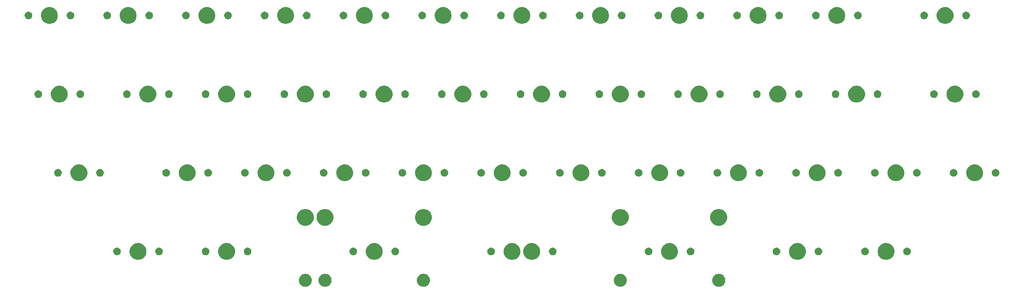
<source format=gbr>
G04 #@! TF.GenerationSoftware,KiCad,Pcbnew,5.1.5+dfsg1-2build2*
G04 #@! TF.CreationDate,2020-12-14T21:51:38+03:00*
G04 #@! TF.ProjectId,Rynok40,52796e6f-6b34-4302-9e6b-696361645f70,rev?*
G04 #@! TF.SameCoordinates,Original*
G04 #@! TF.FileFunction,Soldermask,Top*
G04 #@! TF.FilePolarity,Negative*
%FSLAX46Y46*%
G04 Gerber Fmt 4.6, Leading zero omitted, Abs format (unit mm)*
G04 Created by KiCad (PCBNEW 5.1.5+dfsg1-2build2) date 2020-12-14 21:51:38*
%MOMM*%
%LPD*%
G04 APERTURE LIST*
%ADD10C,0.100000*%
G04 APERTURE END LIST*
D10*
G36*
X255577267Y-244835263D02*
G01*
X255729411Y-244865526D01*
X255848137Y-244914704D01*
X256016041Y-244984252D01*
X256016042Y-244984253D01*
X256274004Y-245156617D01*
X256493383Y-245375996D01*
X256608553Y-245548361D01*
X256665748Y-245633959D01*
X256784474Y-245920590D01*
X256845000Y-246224875D01*
X256845000Y-246535125D01*
X256784474Y-246839410D01*
X256665748Y-247126041D01*
X256665747Y-247126042D01*
X256493383Y-247384004D01*
X256274004Y-247603383D01*
X256101639Y-247718553D01*
X256016041Y-247775748D01*
X255848137Y-247845296D01*
X255729411Y-247894474D01*
X255577267Y-247924737D01*
X255425125Y-247955000D01*
X255108525Y-247955000D01*
X254956383Y-247924737D01*
X254804239Y-247894474D01*
X254685513Y-247845296D01*
X254517609Y-247775748D01*
X254432011Y-247718553D01*
X254259646Y-247603383D01*
X254040267Y-247384004D01*
X253867903Y-247126042D01*
X253867902Y-247126041D01*
X253749176Y-246839410D01*
X253688650Y-246535125D01*
X253688650Y-246224875D01*
X253749176Y-245920590D01*
X253867902Y-245633959D01*
X253925097Y-245548361D01*
X254040267Y-245375996D01*
X254259646Y-245156617D01*
X254517608Y-244984253D01*
X254517609Y-244984252D01*
X254685513Y-244914704D01*
X254804239Y-244865526D01*
X254956383Y-244835263D01*
X255108525Y-244805000D01*
X255425125Y-244805000D01*
X255577267Y-244835263D01*
G37*
G36*
X155571117Y-244835263D02*
G01*
X155723261Y-244865526D01*
X155841987Y-244914704D01*
X156009891Y-244984252D01*
X156009892Y-244984253D01*
X156267854Y-245156617D01*
X156487233Y-245375996D01*
X156602403Y-245548361D01*
X156659598Y-245633959D01*
X156778324Y-245920590D01*
X156838850Y-246224875D01*
X156838850Y-246535125D01*
X156778324Y-246839410D01*
X156659598Y-247126041D01*
X156659597Y-247126042D01*
X156487233Y-247384004D01*
X156267854Y-247603383D01*
X156095489Y-247718553D01*
X156009891Y-247775748D01*
X155841987Y-247845296D01*
X155723261Y-247894474D01*
X155571117Y-247924737D01*
X155418975Y-247955000D01*
X155108725Y-247955000D01*
X154956583Y-247924737D01*
X154804439Y-247894474D01*
X154685713Y-247845296D01*
X154517809Y-247775748D01*
X154432211Y-247718553D01*
X154259846Y-247603383D01*
X154040467Y-247384004D01*
X153868103Y-247126042D01*
X153868102Y-247126041D01*
X153749376Y-246839410D01*
X153688850Y-246535125D01*
X153688850Y-246224875D01*
X153749376Y-245920590D01*
X153868102Y-245633959D01*
X153925297Y-245548361D01*
X154040467Y-245375996D01*
X154259846Y-245156617D01*
X154517808Y-244984253D01*
X154517809Y-244984252D01*
X154685713Y-244914704D01*
X154804439Y-244865526D01*
X154956583Y-244835263D01*
X155108725Y-244805000D01*
X155418975Y-244805000D01*
X155571117Y-244835263D01*
G37*
G36*
X184139767Y-244835263D02*
G01*
X184291911Y-244865526D01*
X184410637Y-244914704D01*
X184578541Y-244984252D01*
X184578542Y-244984253D01*
X184836504Y-245156617D01*
X185055883Y-245375996D01*
X185171053Y-245548361D01*
X185228248Y-245633959D01*
X185346974Y-245920590D01*
X185407500Y-246224875D01*
X185407500Y-246535125D01*
X185346974Y-246839410D01*
X185228248Y-247126041D01*
X185228247Y-247126042D01*
X185055883Y-247384004D01*
X184836504Y-247603383D01*
X184664139Y-247718553D01*
X184578541Y-247775748D01*
X184410637Y-247845296D01*
X184291911Y-247894474D01*
X184139767Y-247924737D01*
X183987625Y-247955000D01*
X183677375Y-247955000D01*
X183525233Y-247924737D01*
X183373089Y-247894474D01*
X183254363Y-247845296D01*
X183086459Y-247775748D01*
X183000861Y-247718553D01*
X182828496Y-247603383D01*
X182609117Y-247384004D01*
X182436753Y-247126042D01*
X182436752Y-247126041D01*
X182318026Y-246839410D01*
X182257500Y-246535125D01*
X182257500Y-246224875D01*
X182318026Y-245920590D01*
X182436752Y-245633959D01*
X182493947Y-245548361D01*
X182609117Y-245375996D01*
X182828496Y-245156617D01*
X183086458Y-244984253D01*
X183086459Y-244984252D01*
X183254363Y-244914704D01*
X183373089Y-244865526D01*
X183525233Y-244835263D01*
X183677375Y-244805000D01*
X183987625Y-244805000D01*
X184139767Y-244835263D01*
G37*
G36*
X160327267Y-244835263D02*
G01*
X160479411Y-244865526D01*
X160598137Y-244914704D01*
X160766041Y-244984252D01*
X160766042Y-244984253D01*
X161024004Y-245156617D01*
X161243383Y-245375996D01*
X161358553Y-245548361D01*
X161415748Y-245633959D01*
X161534474Y-245920590D01*
X161595000Y-246224875D01*
X161595000Y-246535125D01*
X161534474Y-246839410D01*
X161415748Y-247126041D01*
X161415747Y-247126042D01*
X161243383Y-247384004D01*
X161024004Y-247603383D01*
X160851639Y-247718553D01*
X160766041Y-247775748D01*
X160598137Y-247845296D01*
X160479411Y-247894474D01*
X160327267Y-247924737D01*
X160175125Y-247955000D01*
X159864875Y-247955000D01*
X159712733Y-247924737D01*
X159560589Y-247894474D01*
X159441863Y-247845296D01*
X159273959Y-247775748D01*
X159188361Y-247718553D01*
X159015996Y-247603383D01*
X158796617Y-247384004D01*
X158624253Y-247126042D01*
X158624252Y-247126041D01*
X158505526Y-246839410D01*
X158445000Y-246535125D01*
X158445000Y-246224875D01*
X158505526Y-245920590D01*
X158624252Y-245633959D01*
X158681447Y-245548361D01*
X158796617Y-245375996D01*
X159015996Y-245156617D01*
X159273958Y-244984253D01*
X159273959Y-244984252D01*
X159441863Y-244914704D01*
X159560589Y-244865526D01*
X159712733Y-244835263D01*
X159864875Y-244805000D01*
X160175125Y-244805000D01*
X160327267Y-244835263D01*
G37*
G36*
X231764767Y-244835263D02*
G01*
X231916911Y-244865526D01*
X232035637Y-244914704D01*
X232203541Y-244984252D01*
X232203542Y-244984253D01*
X232461504Y-245156617D01*
X232680883Y-245375996D01*
X232796053Y-245548361D01*
X232853248Y-245633959D01*
X232971974Y-245920590D01*
X233032500Y-246224875D01*
X233032500Y-246535125D01*
X232971974Y-246839410D01*
X232853248Y-247126041D01*
X232853247Y-247126042D01*
X232680883Y-247384004D01*
X232461504Y-247603383D01*
X232289139Y-247718553D01*
X232203541Y-247775748D01*
X232035637Y-247845296D01*
X231916911Y-247894474D01*
X231764767Y-247924737D01*
X231612625Y-247955000D01*
X231302375Y-247955000D01*
X231150233Y-247924737D01*
X230998089Y-247894474D01*
X230879363Y-247845296D01*
X230711459Y-247775748D01*
X230625861Y-247718553D01*
X230453496Y-247603383D01*
X230234117Y-247384004D01*
X230061753Y-247126042D01*
X230061752Y-247126041D01*
X229943026Y-246839410D01*
X229882500Y-246535125D01*
X229882500Y-246224875D01*
X229943026Y-245920590D01*
X230061752Y-245633959D01*
X230118947Y-245548361D01*
X230234117Y-245375996D01*
X230453496Y-245156617D01*
X230711458Y-244984253D01*
X230711459Y-244984252D01*
X230879363Y-244914704D01*
X230998089Y-244865526D01*
X231150233Y-244835263D01*
X231302375Y-244805000D01*
X231612625Y-244805000D01*
X231764767Y-244835263D01*
G37*
G36*
X205860224Y-237428684D02*
G01*
X206078224Y-237518983D01*
X206232373Y-237582833D01*
X206567298Y-237806623D01*
X206852127Y-238091452D01*
X207075917Y-238426377D01*
X207108312Y-238504586D01*
X207230066Y-238798526D01*
X207308650Y-239193594D01*
X207308650Y-239596406D01*
X207230066Y-239991474D01*
X207179201Y-240114272D01*
X207075917Y-240363623D01*
X206852127Y-240698548D01*
X206567298Y-240983377D01*
X206232373Y-241207167D01*
X206078224Y-241271017D01*
X205860224Y-241361316D01*
X205465156Y-241439900D01*
X205062344Y-241439900D01*
X204667276Y-241361316D01*
X204449276Y-241271017D01*
X204295127Y-241207167D01*
X203960202Y-240983377D01*
X203675373Y-240698548D01*
X203451583Y-240363623D01*
X203348299Y-240114272D01*
X203297434Y-239991474D01*
X203218850Y-239596406D01*
X203218850Y-239193594D01*
X203297434Y-238798526D01*
X203419188Y-238504586D01*
X203451583Y-238426377D01*
X203675373Y-238091452D01*
X203960202Y-237806623D01*
X204295127Y-237582833D01*
X204449276Y-237518983D01*
X204667276Y-237428684D01*
X205062344Y-237350100D01*
X205465156Y-237350100D01*
X205860224Y-237428684D01*
G37*
G36*
X172522724Y-237428684D02*
G01*
X172740724Y-237518983D01*
X172894873Y-237582833D01*
X173229798Y-237806623D01*
X173514627Y-238091452D01*
X173738417Y-238426377D01*
X173770812Y-238504586D01*
X173892566Y-238798526D01*
X173971150Y-239193594D01*
X173971150Y-239596406D01*
X173892566Y-239991474D01*
X173841701Y-240114272D01*
X173738417Y-240363623D01*
X173514627Y-240698548D01*
X173229798Y-240983377D01*
X172894873Y-241207167D01*
X172740724Y-241271017D01*
X172522724Y-241361316D01*
X172127656Y-241439900D01*
X171724844Y-241439900D01*
X171329776Y-241361316D01*
X171111776Y-241271017D01*
X170957627Y-241207167D01*
X170622702Y-240983377D01*
X170337873Y-240698548D01*
X170114083Y-240363623D01*
X170010799Y-240114272D01*
X169959934Y-239991474D01*
X169881350Y-239596406D01*
X169881350Y-239193594D01*
X169959934Y-238798526D01*
X170081688Y-238504586D01*
X170114083Y-238426377D01*
X170337873Y-238091452D01*
X170622702Y-237806623D01*
X170957627Y-237582833D01*
X171111776Y-237518983D01*
X171329776Y-237428684D01*
X171724844Y-237350100D01*
X172127656Y-237350100D01*
X172522724Y-237428684D01*
G37*
G36*
X136803974Y-237428684D02*
G01*
X137021974Y-237518983D01*
X137176123Y-237582833D01*
X137511048Y-237806623D01*
X137795877Y-238091452D01*
X138019667Y-238426377D01*
X138052062Y-238504586D01*
X138173816Y-238798526D01*
X138252400Y-239193594D01*
X138252400Y-239596406D01*
X138173816Y-239991474D01*
X138122951Y-240114272D01*
X138019667Y-240363623D01*
X137795877Y-240698548D01*
X137511048Y-240983377D01*
X137176123Y-241207167D01*
X137021974Y-241271017D01*
X136803974Y-241361316D01*
X136408906Y-241439900D01*
X136006094Y-241439900D01*
X135611026Y-241361316D01*
X135393026Y-241271017D01*
X135238877Y-241207167D01*
X134903952Y-240983377D01*
X134619123Y-240698548D01*
X134395333Y-240363623D01*
X134292049Y-240114272D01*
X134241184Y-239991474D01*
X134162600Y-239596406D01*
X134162600Y-239193594D01*
X134241184Y-238798526D01*
X134362938Y-238504586D01*
X134395333Y-238426377D01*
X134619123Y-238091452D01*
X134903952Y-237806623D01*
X135238877Y-237582833D01*
X135393026Y-237518983D01*
X135611026Y-237428684D01*
X136006094Y-237350100D01*
X136408906Y-237350100D01*
X136803974Y-237428684D01*
G37*
G36*
X115372724Y-237428684D02*
G01*
X115590724Y-237518983D01*
X115744873Y-237582833D01*
X116079798Y-237806623D01*
X116364627Y-238091452D01*
X116588417Y-238426377D01*
X116620812Y-238504586D01*
X116742566Y-238798526D01*
X116821150Y-239193594D01*
X116821150Y-239596406D01*
X116742566Y-239991474D01*
X116691701Y-240114272D01*
X116588417Y-240363623D01*
X116364627Y-240698548D01*
X116079798Y-240983377D01*
X115744873Y-241207167D01*
X115590724Y-241271017D01*
X115372724Y-241361316D01*
X114977656Y-241439900D01*
X114574844Y-241439900D01*
X114179776Y-241361316D01*
X113961776Y-241271017D01*
X113807627Y-241207167D01*
X113472702Y-240983377D01*
X113187873Y-240698548D01*
X112964083Y-240363623D01*
X112860799Y-240114272D01*
X112809934Y-239991474D01*
X112731350Y-239596406D01*
X112731350Y-239193594D01*
X112809934Y-238798526D01*
X112931688Y-238504586D01*
X112964083Y-238426377D01*
X113187873Y-238091452D01*
X113472702Y-237806623D01*
X113807627Y-237582833D01*
X113961776Y-237518983D01*
X114179776Y-237428684D01*
X114574844Y-237350100D01*
X114977656Y-237350100D01*
X115372724Y-237428684D01*
G37*
G36*
X210622724Y-237428684D02*
G01*
X210840724Y-237518983D01*
X210994873Y-237582833D01*
X211329798Y-237806623D01*
X211614627Y-238091452D01*
X211838417Y-238426377D01*
X211870812Y-238504586D01*
X211992566Y-238798526D01*
X212071150Y-239193594D01*
X212071150Y-239596406D01*
X211992566Y-239991474D01*
X211941701Y-240114272D01*
X211838417Y-240363623D01*
X211614627Y-240698548D01*
X211329798Y-240983377D01*
X210994873Y-241207167D01*
X210840724Y-241271017D01*
X210622724Y-241361316D01*
X210227656Y-241439900D01*
X209824844Y-241439900D01*
X209429776Y-241361316D01*
X209211776Y-241271017D01*
X209057627Y-241207167D01*
X208722702Y-240983377D01*
X208437873Y-240698548D01*
X208214083Y-240363623D01*
X208110799Y-240114272D01*
X208059934Y-239991474D01*
X207981350Y-239596406D01*
X207981350Y-239193594D01*
X208059934Y-238798526D01*
X208181688Y-238504586D01*
X208214083Y-238426377D01*
X208437873Y-238091452D01*
X208722702Y-237806623D01*
X209057627Y-237582833D01*
X209211776Y-237518983D01*
X209429776Y-237428684D01*
X209824844Y-237350100D01*
X210227656Y-237350100D01*
X210622724Y-237428684D01*
G37*
G36*
X274916474Y-237428684D02*
G01*
X275134474Y-237518983D01*
X275288623Y-237582833D01*
X275623548Y-237806623D01*
X275908377Y-238091452D01*
X276132167Y-238426377D01*
X276164562Y-238504586D01*
X276286316Y-238798526D01*
X276364900Y-239193594D01*
X276364900Y-239596406D01*
X276286316Y-239991474D01*
X276235451Y-240114272D01*
X276132167Y-240363623D01*
X275908377Y-240698548D01*
X275623548Y-240983377D01*
X275288623Y-241207167D01*
X275134474Y-241271017D01*
X274916474Y-241361316D01*
X274521406Y-241439900D01*
X274118594Y-241439900D01*
X273723526Y-241361316D01*
X273505526Y-241271017D01*
X273351377Y-241207167D01*
X273016452Y-240983377D01*
X272731623Y-240698548D01*
X272507833Y-240363623D01*
X272404549Y-240114272D01*
X272353684Y-239991474D01*
X272275100Y-239596406D01*
X272275100Y-239193594D01*
X272353684Y-238798526D01*
X272475438Y-238504586D01*
X272507833Y-238426377D01*
X272731623Y-238091452D01*
X273016452Y-237806623D01*
X273351377Y-237582833D01*
X273505526Y-237518983D01*
X273723526Y-237428684D01*
X274118594Y-237350100D01*
X274521406Y-237350100D01*
X274916474Y-237428684D01*
G37*
G36*
X243960224Y-237428684D02*
G01*
X244178224Y-237518983D01*
X244332373Y-237582833D01*
X244667298Y-237806623D01*
X244952127Y-238091452D01*
X245175917Y-238426377D01*
X245208312Y-238504586D01*
X245330066Y-238798526D01*
X245408650Y-239193594D01*
X245408650Y-239596406D01*
X245330066Y-239991474D01*
X245279201Y-240114272D01*
X245175917Y-240363623D01*
X244952127Y-240698548D01*
X244667298Y-240983377D01*
X244332373Y-241207167D01*
X244178224Y-241271017D01*
X243960224Y-241361316D01*
X243565156Y-241439900D01*
X243162344Y-241439900D01*
X242767276Y-241361316D01*
X242549276Y-241271017D01*
X242395127Y-241207167D01*
X242060202Y-240983377D01*
X241775373Y-240698548D01*
X241551583Y-240363623D01*
X241448299Y-240114272D01*
X241397434Y-239991474D01*
X241318850Y-239596406D01*
X241318850Y-239193594D01*
X241397434Y-238798526D01*
X241519188Y-238504586D01*
X241551583Y-238426377D01*
X241775373Y-238091452D01*
X242060202Y-237806623D01*
X242395127Y-237582833D01*
X242549276Y-237518983D01*
X242767276Y-237428684D01*
X243162344Y-237350100D01*
X243565156Y-237350100D01*
X243960224Y-237428684D01*
G37*
G36*
X296347724Y-237428684D02*
G01*
X296565724Y-237518983D01*
X296719873Y-237582833D01*
X297054798Y-237806623D01*
X297339627Y-238091452D01*
X297563417Y-238426377D01*
X297595812Y-238504586D01*
X297717566Y-238798526D01*
X297796150Y-239193594D01*
X297796150Y-239596406D01*
X297717566Y-239991474D01*
X297666701Y-240114272D01*
X297563417Y-240363623D01*
X297339627Y-240698548D01*
X297054798Y-240983377D01*
X296719873Y-241207167D01*
X296565724Y-241271017D01*
X296347724Y-241361316D01*
X295952656Y-241439900D01*
X295549844Y-241439900D01*
X295154776Y-241361316D01*
X294936776Y-241271017D01*
X294782627Y-241207167D01*
X294447702Y-240983377D01*
X294162873Y-240698548D01*
X293939083Y-240363623D01*
X293835799Y-240114272D01*
X293784934Y-239991474D01*
X293706350Y-239596406D01*
X293706350Y-239193594D01*
X293784934Y-238798526D01*
X293906688Y-238504586D01*
X293939083Y-238426377D01*
X294162873Y-238091452D01*
X294447702Y-237806623D01*
X294782627Y-237582833D01*
X294936776Y-237518983D01*
X295154776Y-237428684D01*
X295549844Y-237350100D01*
X295952656Y-237350100D01*
X296347724Y-237428684D01*
G37*
G36*
X120126354Y-238504585D02*
G01*
X120294876Y-238574389D01*
X120446541Y-238675728D01*
X120575522Y-238804709D01*
X120676861Y-238956374D01*
X120746665Y-239124896D01*
X120782250Y-239303797D01*
X120782250Y-239486203D01*
X120746665Y-239665104D01*
X120676861Y-239833626D01*
X120575522Y-239985291D01*
X120446541Y-240114272D01*
X120294876Y-240215611D01*
X120126354Y-240285415D01*
X119947453Y-240321000D01*
X119765047Y-240321000D01*
X119586146Y-240285415D01*
X119417624Y-240215611D01*
X119265959Y-240114272D01*
X119136978Y-239985291D01*
X119035639Y-239833626D01*
X118965835Y-239665104D01*
X118930250Y-239486203D01*
X118930250Y-239303797D01*
X118965835Y-239124896D01*
X119035639Y-238956374D01*
X119136978Y-238804709D01*
X119265959Y-238675728D01*
X119417624Y-238574389D01*
X119586146Y-238504585D01*
X119765047Y-238469000D01*
X119947453Y-238469000D01*
X120126354Y-238504585D01*
G37*
G36*
X238553854Y-238504585D02*
G01*
X238722376Y-238574389D01*
X238874041Y-238675728D01*
X239003022Y-238804709D01*
X239104361Y-238956374D01*
X239174165Y-239124896D01*
X239209750Y-239303797D01*
X239209750Y-239486203D01*
X239174165Y-239665104D01*
X239104361Y-239833626D01*
X239003022Y-239985291D01*
X238874041Y-240114272D01*
X238722376Y-240215611D01*
X238553854Y-240285415D01*
X238374953Y-240321000D01*
X238192547Y-240321000D01*
X238013646Y-240285415D01*
X237845124Y-240215611D01*
X237693459Y-240114272D01*
X237564478Y-239985291D01*
X237463139Y-239833626D01*
X237393335Y-239665104D01*
X237357750Y-239486203D01*
X237357750Y-239303797D01*
X237393335Y-239124896D01*
X237463139Y-238956374D01*
X237564478Y-238804709D01*
X237693459Y-238675728D01*
X237845124Y-238574389D01*
X238013646Y-238504585D01*
X238192547Y-238469000D01*
X238374953Y-238469000D01*
X238553854Y-238504585D01*
G37*
G36*
X248713854Y-238504585D02*
G01*
X248882376Y-238574389D01*
X249034041Y-238675728D01*
X249163022Y-238804709D01*
X249264361Y-238956374D01*
X249334165Y-239124896D01*
X249369750Y-239303797D01*
X249369750Y-239486203D01*
X249334165Y-239665104D01*
X249264361Y-239833626D01*
X249163022Y-239985291D01*
X249034041Y-240114272D01*
X248882376Y-240215611D01*
X248713854Y-240285415D01*
X248534953Y-240321000D01*
X248352547Y-240321000D01*
X248173646Y-240285415D01*
X248005124Y-240215611D01*
X247853459Y-240114272D01*
X247724478Y-239985291D01*
X247623139Y-239833626D01*
X247553335Y-239665104D01*
X247517750Y-239486203D01*
X247517750Y-239303797D01*
X247553335Y-239124896D01*
X247623139Y-238956374D01*
X247724478Y-238804709D01*
X247853459Y-238675728D01*
X248005124Y-238574389D01*
X248173646Y-238504585D01*
X248352547Y-238469000D01*
X248534953Y-238469000D01*
X248713854Y-238504585D01*
G37*
G36*
X200453854Y-238504585D02*
G01*
X200622376Y-238574389D01*
X200774041Y-238675728D01*
X200903022Y-238804709D01*
X201004361Y-238956374D01*
X201074165Y-239124896D01*
X201109750Y-239303797D01*
X201109750Y-239486203D01*
X201074165Y-239665104D01*
X201004361Y-239833626D01*
X200903022Y-239985291D01*
X200774041Y-240114272D01*
X200622376Y-240215611D01*
X200453854Y-240285415D01*
X200274953Y-240321000D01*
X200092547Y-240321000D01*
X199913646Y-240285415D01*
X199745124Y-240215611D01*
X199593459Y-240114272D01*
X199464478Y-239985291D01*
X199363139Y-239833626D01*
X199293335Y-239665104D01*
X199257750Y-239486203D01*
X199257750Y-239303797D01*
X199293335Y-239124896D01*
X199363139Y-238956374D01*
X199464478Y-238804709D01*
X199593459Y-238675728D01*
X199745124Y-238574389D01*
X199913646Y-238504585D01*
X200092547Y-238469000D01*
X200274953Y-238469000D01*
X200453854Y-238504585D01*
G37*
G36*
X177276354Y-238504585D02*
G01*
X177444876Y-238574389D01*
X177596541Y-238675728D01*
X177725522Y-238804709D01*
X177826861Y-238956374D01*
X177896665Y-239124896D01*
X177932250Y-239303797D01*
X177932250Y-239486203D01*
X177896665Y-239665104D01*
X177826861Y-239833626D01*
X177725522Y-239985291D01*
X177596541Y-240114272D01*
X177444876Y-240215611D01*
X177276354Y-240285415D01*
X177097453Y-240321000D01*
X176915047Y-240321000D01*
X176736146Y-240285415D01*
X176567624Y-240215611D01*
X176415959Y-240114272D01*
X176286978Y-239985291D01*
X176185639Y-239833626D01*
X176115835Y-239665104D01*
X176080250Y-239486203D01*
X176080250Y-239303797D01*
X176115835Y-239124896D01*
X176185639Y-238956374D01*
X176286978Y-238804709D01*
X176415959Y-238675728D01*
X176567624Y-238574389D01*
X176736146Y-238504585D01*
X176915047Y-238469000D01*
X177097453Y-238469000D01*
X177276354Y-238504585D01*
G37*
G36*
X167116354Y-238504585D02*
G01*
X167284876Y-238574389D01*
X167436541Y-238675728D01*
X167565522Y-238804709D01*
X167666861Y-238956374D01*
X167736665Y-239124896D01*
X167772250Y-239303797D01*
X167772250Y-239486203D01*
X167736665Y-239665104D01*
X167666861Y-239833626D01*
X167565522Y-239985291D01*
X167436541Y-240114272D01*
X167284876Y-240215611D01*
X167116354Y-240285415D01*
X166937453Y-240321000D01*
X166755047Y-240321000D01*
X166576146Y-240285415D01*
X166407624Y-240215611D01*
X166255959Y-240114272D01*
X166126978Y-239985291D01*
X166025639Y-239833626D01*
X165955835Y-239665104D01*
X165920250Y-239486203D01*
X165920250Y-239303797D01*
X165955835Y-239124896D01*
X166025639Y-238956374D01*
X166126978Y-238804709D01*
X166255959Y-238675728D01*
X166407624Y-238574389D01*
X166576146Y-238504585D01*
X166755047Y-238469000D01*
X166937453Y-238469000D01*
X167116354Y-238504585D01*
G37*
G36*
X131397604Y-238504585D02*
G01*
X131566126Y-238574389D01*
X131717791Y-238675728D01*
X131846772Y-238804709D01*
X131948111Y-238956374D01*
X132017915Y-239124896D01*
X132053500Y-239303797D01*
X132053500Y-239486203D01*
X132017915Y-239665104D01*
X131948111Y-239833626D01*
X131846772Y-239985291D01*
X131717791Y-240114272D01*
X131566126Y-240215611D01*
X131397604Y-240285415D01*
X131218703Y-240321000D01*
X131036297Y-240321000D01*
X130857396Y-240285415D01*
X130688874Y-240215611D01*
X130537209Y-240114272D01*
X130408228Y-239985291D01*
X130306889Y-239833626D01*
X130237085Y-239665104D01*
X130201500Y-239486203D01*
X130201500Y-239303797D01*
X130237085Y-239124896D01*
X130306889Y-238956374D01*
X130408228Y-238804709D01*
X130537209Y-238675728D01*
X130688874Y-238574389D01*
X130857396Y-238504585D01*
X131036297Y-238469000D01*
X131218703Y-238469000D01*
X131397604Y-238504585D01*
G37*
G36*
X215376354Y-238504585D02*
G01*
X215544876Y-238574389D01*
X215696541Y-238675728D01*
X215825522Y-238804709D01*
X215926861Y-238956374D01*
X215996665Y-239124896D01*
X216032250Y-239303797D01*
X216032250Y-239486203D01*
X215996665Y-239665104D01*
X215926861Y-239833626D01*
X215825522Y-239985291D01*
X215696541Y-240114272D01*
X215544876Y-240215611D01*
X215376354Y-240285415D01*
X215197453Y-240321000D01*
X215015047Y-240321000D01*
X214836146Y-240285415D01*
X214667624Y-240215611D01*
X214515959Y-240114272D01*
X214386978Y-239985291D01*
X214285639Y-239833626D01*
X214215835Y-239665104D01*
X214180250Y-239486203D01*
X214180250Y-239303797D01*
X214215835Y-239124896D01*
X214285639Y-238956374D01*
X214386978Y-238804709D01*
X214515959Y-238675728D01*
X214667624Y-238574389D01*
X214836146Y-238504585D01*
X215015047Y-238469000D01*
X215197453Y-238469000D01*
X215376354Y-238504585D01*
G37*
G36*
X109966354Y-238504585D02*
G01*
X110134876Y-238574389D01*
X110286541Y-238675728D01*
X110415522Y-238804709D01*
X110516861Y-238956374D01*
X110586665Y-239124896D01*
X110622250Y-239303797D01*
X110622250Y-239486203D01*
X110586665Y-239665104D01*
X110516861Y-239833626D01*
X110415522Y-239985291D01*
X110286541Y-240114272D01*
X110134876Y-240215611D01*
X109966354Y-240285415D01*
X109787453Y-240321000D01*
X109605047Y-240321000D01*
X109426146Y-240285415D01*
X109257624Y-240215611D01*
X109105959Y-240114272D01*
X108976978Y-239985291D01*
X108875639Y-239833626D01*
X108805835Y-239665104D01*
X108770250Y-239486203D01*
X108770250Y-239303797D01*
X108805835Y-239124896D01*
X108875639Y-238956374D01*
X108976978Y-238804709D01*
X109105959Y-238675728D01*
X109257624Y-238574389D01*
X109426146Y-238504585D01*
X109605047Y-238469000D01*
X109787453Y-238469000D01*
X109966354Y-238504585D01*
G37*
G36*
X301101354Y-238504585D02*
G01*
X301269876Y-238574389D01*
X301421541Y-238675728D01*
X301550522Y-238804709D01*
X301651861Y-238956374D01*
X301721665Y-239124896D01*
X301757250Y-239303797D01*
X301757250Y-239486203D01*
X301721665Y-239665104D01*
X301651861Y-239833626D01*
X301550522Y-239985291D01*
X301421541Y-240114272D01*
X301269876Y-240215611D01*
X301101354Y-240285415D01*
X300922453Y-240321000D01*
X300740047Y-240321000D01*
X300561146Y-240285415D01*
X300392624Y-240215611D01*
X300240959Y-240114272D01*
X300111978Y-239985291D01*
X300010639Y-239833626D01*
X299940835Y-239665104D01*
X299905250Y-239486203D01*
X299905250Y-239303797D01*
X299940835Y-239124896D01*
X300010639Y-238956374D01*
X300111978Y-238804709D01*
X300240959Y-238675728D01*
X300392624Y-238574389D01*
X300561146Y-238504585D01*
X300740047Y-238469000D01*
X300922453Y-238469000D01*
X301101354Y-238504585D01*
G37*
G36*
X290941354Y-238504585D02*
G01*
X291109876Y-238574389D01*
X291261541Y-238675728D01*
X291390522Y-238804709D01*
X291491861Y-238956374D01*
X291561665Y-239124896D01*
X291597250Y-239303797D01*
X291597250Y-239486203D01*
X291561665Y-239665104D01*
X291491861Y-239833626D01*
X291390522Y-239985291D01*
X291261541Y-240114272D01*
X291109876Y-240215611D01*
X290941354Y-240285415D01*
X290762453Y-240321000D01*
X290580047Y-240321000D01*
X290401146Y-240285415D01*
X290232624Y-240215611D01*
X290080959Y-240114272D01*
X289951978Y-239985291D01*
X289850639Y-239833626D01*
X289780835Y-239665104D01*
X289745250Y-239486203D01*
X289745250Y-239303797D01*
X289780835Y-239124896D01*
X289850639Y-238956374D01*
X289951978Y-238804709D01*
X290080959Y-238675728D01*
X290232624Y-238574389D01*
X290401146Y-238504585D01*
X290580047Y-238469000D01*
X290762453Y-238469000D01*
X290941354Y-238504585D01*
G37*
G36*
X141557604Y-238504585D02*
G01*
X141726126Y-238574389D01*
X141877791Y-238675728D01*
X142006772Y-238804709D01*
X142108111Y-238956374D01*
X142177915Y-239124896D01*
X142213500Y-239303797D01*
X142213500Y-239486203D01*
X142177915Y-239665104D01*
X142108111Y-239833626D01*
X142006772Y-239985291D01*
X141877791Y-240114272D01*
X141726126Y-240215611D01*
X141557604Y-240285415D01*
X141378703Y-240321000D01*
X141196297Y-240321000D01*
X141017396Y-240285415D01*
X140848874Y-240215611D01*
X140697209Y-240114272D01*
X140568228Y-239985291D01*
X140466889Y-239833626D01*
X140397085Y-239665104D01*
X140361500Y-239486203D01*
X140361500Y-239303797D01*
X140397085Y-239124896D01*
X140466889Y-238956374D01*
X140568228Y-238804709D01*
X140697209Y-238675728D01*
X140848874Y-238574389D01*
X141017396Y-238504585D01*
X141196297Y-238469000D01*
X141378703Y-238469000D01*
X141557604Y-238504585D01*
G37*
G36*
X279670104Y-238504585D02*
G01*
X279838626Y-238574389D01*
X279990291Y-238675728D01*
X280119272Y-238804709D01*
X280220611Y-238956374D01*
X280290415Y-239124896D01*
X280326000Y-239303797D01*
X280326000Y-239486203D01*
X280290415Y-239665104D01*
X280220611Y-239833626D01*
X280119272Y-239985291D01*
X279990291Y-240114272D01*
X279838626Y-240215611D01*
X279670104Y-240285415D01*
X279491203Y-240321000D01*
X279308797Y-240321000D01*
X279129896Y-240285415D01*
X278961374Y-240215611D01*
X278809709Y-240114272D01*
X278680728Y-239985291D01*
X278579389Y-239833626D01*
X278509585Y-239665104D01*
X278474000Y-239486203D01*
X278474000Y-239303797D01*
X278509585Y-239124896D01*
X278579389Y-238956374D01*
X278680728Y-238804709D01*
X278809709Y-238675728D01*
X278961374Y-238574389D01*
X279129896Y-238504585D01*
X279308797Y-238469000D01*
X279491203Y-238469000D01*
X279670104Y-238504585D01*
G37*
G36*
X269510104Y-238504585D02*
G01*
X269678626Y-238574389D01*
X269830291Y-238675728D01*
X269959272Y-238804709D01*
X270060611Y-238956374D01*
X270130415Y-239124896D01*
X270166000Y-239303797D01*
X270166000Y-239486203D01*
X270130415Y-239665104D01*
X270060611Y-239833626D01*
X269959272Y-239985291D01*
X269830291Y-240114272D01*
X269678626Y-240215611D01*
X269510104Y-240285415D01*
X269331203Y-240321000D01*
X269148797Y-240321000D01*
X268969896Y-240285415D01*
X268801374Y-240215611D01*
X268649709Y-240114272D01*
X268520728Y-239985291D01*
X268419389Y-239833626D01*
X268349585Y-239665104D01*
X268314000Y-239486203D01*
X268314000Y-239303797D01*
X268349585Y-239124896D01*
X268419389Y-238956374D01*
X268520728Y-238804709D01*
X268649709Y-238675728D01*
X268801374Y-238574389D01*
X268969896Y-238504585D01*
X269148797Y-238469000D01*
X269331203Y-238469000D01*
X269510104Y-238504585D01*
G37*
G36*
X232053974Y-229173684D02*
G01*
X232271974Y-229263983D01*
X232426123Y-229327833D01*
X232761048Y-229551623D01*
X233045877Y-229836452D01*
X233269667Y-230171377D01*
X233269667Y-230171378D01*
X233423816Y-230543526D01*
X233502400Y-230938594D01*
X233502400Y-231341406D01*
X233423816Y-231736474D01*
X233333517Y-231954474D01*
X233269667Y-232108623D01*
X233045877Y-232443548D01*
X232761048Y-232728377D01*
X232426123Y-232952167D01*
X232271974Y-233016017D01*
X232053974Y-233106316D01*
X231658906Y-233184900D01*
X231256094Y-233184900D01*
X230861026Y-233106316D01*
X230643026Y-233016017D01*
X230488877Y-232952167D01*
X230153952Y-232728377D01*
X229869123Y-232443548D01*
X229645333Y-232108623D01*
X229581483Y-231954474D01*
X229491184Y-231736474D01*
X229412600Y-231341406D01*
X229412600Y-230938594D01*
X229491184Y-230543526D01*
X229645333Y-230171378D01*
X229645333Y-230171377D01*
X229869123Y-229836452D01*
X230153952Y-229551623D01*
X230488877Y-229327833D01*
X230643026Y-229263983D01*
X230861026Y-229173684D01*
X231256094Y-229095100D01*
X231658906Y-229095100D01*
X232053974Y-229173684D01*
G37*
G36*
X184428974Y-229173684D02*
G01*
X184646974Y-229263983D01*
X184801123Y-229327833D01*
X185136048Y-229551623D01*
X185420877Y-229836452D01*
X185644667Y-230171377D01*
X185644667Y-230171378D01*
X185798816Y-230543526D01*
X185877400Y-230938594D01*
X185877400Y-231341406D01*
X185798816Y-231736474D01*
X185708517Y-231954474D01*
X185644667Y-232108623D01*
X185420877Y-232443548D01*
X185136048Y-232728377D01*
X184801123Y-232952167D01*
X184646974Y-233016017D01*
X184428974Y-233106316D01*
X184033906Y-233184900D01*
X183631094Y-233184900D01*
X183236026Y-233106316D01*
X183018026Y-233016017D01*
X182863877Y-232952167D01*
X182528952Y-232728377D01*
X182244123Y-232443548D01*
X182020333Y-232108623D01*
X181956483Y-231954474D01*
X181866184Y-231736474D01*
X181787600Y-231341406D01*
X181787600Y-230938594D01*
X181866184Y-230543526D01*
X182020333Y-230171378D01*
X182020333Y-230171377D01*
X182244123Y-229836452D01*
X182528952Y-229551623D01*
X182863877Y-229327833D01*
X183018026Y-229263983D01*
X183236026Y-229173684D01*
X183631094Y-229095100D01*
X184033906Y-229095100D01*
X184428974Y-229173684D01*
G37*
G36*
X160616474Y-229173684D02*
G01*
X160834474Y-229263983D01*
X160988623Y-229327833D01*
X161323548Y-229551623D01*
X161608377Y-229836452D01*
X161832167Y-230171377D01*
X161832167Y-230171378D01*
X161986316Y-230543526D01*
X162064900Y-230938594D01*
X162064900Y-231341406D01*
X161986316Y-231736474D01*
X161896017Y-231954474D01*
X161832167Y-232108623D01*
X161608377Y-232443548D01*
X161323548Y-232728377D01*
X160988623Y-232952167D01*
X160834474Y-233016017D01*
X160616474Y-233106316D01*
X160221406Y-233184900D01*
X159818594Y-233184900D01*
X159423526Y-233106316D01*
X159205526Y-233016017D01*
X159051377Y-232952167D01*
X158716452Y-232728377D01*
X158431623Y-232443548D01*
X158207833Y-232108623D01*
X158143983Y-231954474D01*
X158053684Y-231736474D01*
X157975100Y-231341406D01*
X157975100Y-230938594D01*
X158053684Y-230543526D01*
X158207833Y-230171378D01*
X158207833Y-230171377D01*
X158431623Y-229836452D01*
X158716452Y-229551623D01*
X159051377Y-229327833D01*
X159205526Y-229263983D01*
X159423526Y-229173684D01*
X159818594Y-229095100D01*
X160221406Y-229095100D01*
X160616474Y-229173684D01*
G37*
G36*
X255866474Y-229173684D02*
G01*
X256084474Y-229263983D01*
X256238623Y-229327833D01*
X256573548Y-229551623D01*
X256858377Y-229836452D01*
X257082167Y-230171377D01*
X257082167Y-230171378D01*
X257236316Y-230543526D01*
X257314900Y-230938594D01*
X257314900Y-231341406D01*
X257236316Y-231736474D01*
X257146017Y-231954474D01*
X257082167Y-232108623D01*
X256858377Y-232443548D01*
X256573548Y-232728377D01*
X256238623Y-232952167D01*
X256084474Y-233016017D01*
X255866474Y-233106316D01*
X255471406Y-233184900D01*
X255062244Y-233184900D01*
X254667176Y-233106316D01*
X254449176Y-233016017D01*
X254295027Y-232952167D01*
X253960102Y-232728377D01*
X253675273Y-232443548D01*
X253451483Y-232108623D01*
X253387633Y-231954474D01*
X253297334Y-231736474D01*
X253218750Y-231341406D01*
X253218750Y-230938594D01*
X253297334Y-230543526D01*
X253451483Y-230171378D01*
X253451483Y-230171377D01*
X253675273Y-229836452D01*
X253960102Y-229551623D01*
X254295027Y-229327833D01*
X254449176Y-229263983D01*
X254667176Y-229173684D01*
X255062244Y-229095100D01*
X255471406Y-229095100D01*
X255866474Y-229173684D01*
G37*
G36*
X155860324Y-229173684D02*
G01*
X156078324Y-229263983D01*
X156232473Y-229327833D01*
X156567398Y-229551623D01*
X156852227Y-229836452D01*
X157076017Y-230171377D01*
X157076017Y-230171378D01*
X157230166Y-230543526D01*
X157308750Y-230938594D01*
X157308750Y-231341406D01*
X157230166Y-231736474D01*
X157139867Y-231954474D01*
X157076017Y-232108623D01*
X156852227Y-232443548D01*
X156567398Y-232728377D01*
X156232473Y-232952167D01*
X156078324Y-233016017D01*
X155860324Y-233106316D01*
X155465256Y-233184900D01*
X155062444Y-233184900D01*
X154667376Y-233106316D01*
X154449376Y-233016017D01*
X154295227Y-232952167D01*
X153960302Y-232728377D01*
X153675473Y-232443548D01*
X153451683Y-232108623D01*
X153387833Y-231954474D01*
X153297534Y-231736474D01*
X153218950Y-231341406D01*
X153218950Y-230938594D01*
X153297534Y-230543526D01*
X153451683Y-230171378D01*
X153451683Y-230171377D01*
X153675473Y-229836452D01*
X153960302Y-229551623D01*
X154295227Y-229327833D01*
X154449376Y-229263983D01*
X154667376Y-229173684D01*
X155062444Y-229095100D01*
X155465256Y-229095100D01*
X155860324Y-229173684D01*
G37*
G36*
X241578974Y-218378684D02*
G01*
X241796974Y-218468983D01*
X241951123Y-218532833D01*
X242286048Y-218756623D01*
X242570877Y-219041452D01*
X242794667Y-219376377D01*
X242827062Y-219454586D01*
X242948816Y-219748526D01*
X243027400Y-220143594D01*
X243027400Y-220546406D01*
X242948816Y-220941474D01*
X242897951Y-221064272D01*
X242794667Y-221313623D01*
X242570877Y-221648548D01*
X242286048Y-221933377D01*
X241951123Y-222157167D01*
X241796974Y-222221017D01*
X241578974Y-222311316D01*
X241183906Y-222389900D01*
X240781094Y-222389900D01*
X240386026Y-222311316D01*
X240168026Y-222221017D01*
X240013877Y-222157167D01*
X239678952Y-221933377D01*
X239394123Y-221648548D01*
X239170333Y-221313623D01*
X239067049Y-221064272D01*
X239016184Y-220941474D01*
X238937600Y-220546406D01*
X238937600Y-220143594D01*
X239016184Y-219748526D01*
X239137938Y-219454586D01*
X239170333Y-219376377D01*
X239394123Y-219041452D01*
X239678952Y-218756623D01*
X240013877Y-218532833D01*
X240168026Y-218468983D01*
X240386026Y-218378684D01*
X240781094Y-218300100D01*
X241183906Y-218300100D01*
X241578974Y-218378684D01*
G37*
G36*
X203478974Y-218378684D02*
G01*
X203696974Y-218468983D01*
X203851123Y-218532833D01*
X204186048Y-218756623D01*
X204470877Y-219041452D01*
X204694667Y-219376377D01*
X204727062Y-219454586D01*
X204848816Y-219748526D01*
X204927400Y-220143594D01*
X204927400Y-220546406D01*
X204848816Y-220941474D01*
X204797951Y-221064272D01*
X204694667Y-221313623D01*
X204470877Y-221648548D01*
X204186048Y-221933377D01*
X203851123Y-222157167D01*
X203696974Y-222221017D01*
X203478974Y-222311316D01*
X203083906Y-222389900D01*
X202681094Y-222389900D01*
X202286026Y-222311316D01*
X202068026Y-222221017D01*
X201913877Y-222157167D01*
X201578952Y-221933377D01*
X201294123Y-221648548D01*
X201070333Y-221313623D01*
X200967049Y-221064272D01*
X200916184Y-220941474D01*
X200837600Y-220546406D01*
X200837600Y-220143594D01*
X200916184Y-219748526D01*
X201037938Y-219454586D01*
X201070333Y-219376377D01*
X201294123Y-219041452D01*
X201578952Y-218756623D01*
X201913877Y-218532833D01*
X202068026Y-218468983D01*
X202286026Y-218378684D01*
X202681094Y-218300100D01*
X203083906Y-218300100D01*
X203478974Y-218378684D01*
G37*
G36*
X184428974Y-218378684D02*
G01*
X184646974Y-218468983D01*
X184801123Y-218532833D01*
X185136048Y-218756623D01*
X185420877Y-219041452D01*
X185644667Y-219376377D01*
X185677062Y-219454586D01*
X185798816Y-219748526D01*
X185877400Y-220143594D01*
X185877400Y-220546406D01*
X185798816Y-220941474D01*
X185747951Y-221064272D01*
X185644667Y-221313623D01*
X185420877Y-221648548D01*
X185136048Y-221933377D01*
X184801123Y-222157167D01*
X184646974Y-222221017D01*
X184428974Y-222311316D01*
X184033906Y-222389900D01*
X183631094Y-222389900D01*
X183236026Y-222311316D01*
X183018026Y-222221017D01*
X182863877Y-222157167D01*
X182528952Y-221933377D01*
X182244123Y-221648548D01*
X182020333Y-221313623D01*
X181917049Y-221064272D01*
X181866184Y-220941474D01*
X181787600Y-220546406D01*
X181787600Y-220143594D01*
X181866184Y-219748526D01*
X181987938Y-219454586D01*
X182020333Y-219376377D01*
X182244123Y-219041452D01*
X182528952Y-218756623D01*
X182863877Y-218532833D01*
X183018026Y-218468983D01*
X183236026Y-218378684D01*
X183631094Y-218300100D01*
X184033906Y-218300100D01*
X184428974Y-218378684D01*
G37*
G36*
X101085224Y-218378684D02*
G01*
X101303224Y-218468983D01*
X101457373Y-218532833D01*
X101792298Y-218756623D01*
X102077127Y-219041452D01*
X102300917Y-219376377D01*
X102333312Y-219454586D01*
X102455066Y-219748526D01*
X102533650Y-220143594D01*
X102533650Y-220546406D01*
X102455066Y-220941474D01*
X102404201Y-221064272D01*
X102300917Y-221313623D01*
X102077127Y-221648548D01*
X101792298Y-221933377D01*
X101457373Y-222157167D01*
X101303224Y-222221017D01*
X101085224Y-222311316D01*
X100690156Y-222389900D01*
X100287344Y-222389900D01*
X99892276Y-222311316D01*
X99674276Y-222221017D01*
X99520127Y-222157167D01*
X99185202Y-221933377D01*
X98900373Y-221648548D01*
X98676583Y-221313623D01*
X98573299Y-221064272D01*
X98522434Y-220941474D01*
X98443850Y-220546406D01*
X98443850Y-220143594D01*
X98522434Y-219748526D01*
X98644188Y-219454586D01*
X98676583Y-219376377D01*
X98900373Y-219041452D01*
X99185202Y-218756623D01*
X99520127Y-218532833D01*
X99674276Y-218468983D01*
X99892276Y-218378684D01*
X100287344Y-218300100D01*
X100690156Y-218300100D01*
X101085224Y-218378684D01*
G37*
G36*
X279678974Y-218378684D02*
G01*
X279896974Y-218468983D01*
X280051123Y-218532833D01*
X280386048Y-218756623D01*
X280670877Y-219041452D01*
X280894667Y-219376377D01*
X280927062Y-219454586D01*
X281048816Y-219748526D01*
X281127400Y-220143594D01*
X281127400Y-220546406D01*
X281048816Y-220941474D01*
X280997951Y-221064272D01*
X280894667Y-221313623D01*
X280670877Y-221648548D01*
X280386048Y-221933377D01*
X280051123Y-222157167D01*
X279896974Y-222221017D01*
X279678974Y-222311316D01*
X279283906Y-222389900D01*
X278881094Y-222389900D01*
X278486026Y-222311316D01*
X278268026Y-222221017D01*
X278113877Y-222157167D01*
X277778952Y-221933377D01*
X277494123Y-221648548D01*
X277270333Y-221313623D01*
X277167049Y-221064272D01*
X277116184Y-220941474D01*
X277037600Y-220546406D01*
X277037600Y-220143594D01*
X277116184Y-219748526D01*
X277237938Y-219454586D01*
X277270333Y-219376377D01*
X277494123Y-219041452D01*
X277778952Y-218756623D01*
X278113877Y-218532833D01*
X278268026Y-218468983D01*
X278486026Y-218378684D01*
X278881094Y-218300100D01*
X279283906Y-218300100D01*
X279678974Y-218378684D01*
G37*
G36*
X298728974Y-218378684D02*
G01*
X298946974Y-218468983D01*
X299101123Y-218532833D01*
X299436048Y-218756623D01*
X299720877Y-219041452D01*
X299944667Y-219376377D01*
X299977062Y-219454586D01*
X300098816Y-219748526D01*
X300177400Y-220143594D01*
X300177400Y-220546406D01*
X300098816Y-220941474D01*
X300047951Y-221064272D01*
X299944667Y-221313623D01*
X299720877Y-221648548D01*
X299436048Y-221933377D01*
X299101123Y-222157167D01*
X298946974Y-222221017D01*
X298728974Y-222311316D01*
X298333906Y-222389900D01*
X297931094Y-222389900D01*
X297536026Y-222311316D01*
X297318026Y-222221017D01*
X297163877Y-222157167D01*
X296828952Y-221933377D01*
X296544123Y-221648548D01*
X296320333Y-221313623D01*
X296217049Y-221064272D01*
X296166184Y-220941474D01*
X296087600Y-220546406D01*
X296087600Y-220143594D01*
X296166184Y-219748526D01*
X296287938Y-219454586D01*
X296320333Y-219376377D01*
X296544123Y-219041452D01*
X296828952Y-218756623D01*
X297163877Y-218532833D01*
X297318026Y-218468983D01*
X297536026Y-218378684D01*
X297931094Y-218300100D01*
X298333906Y-218300100D01*
X298728974Y-218378684D01*
G37*
G36*
X317778974Y-218378684D02*
G01*
X317996974Y-218468983D01*
X318151123Y-218532833D01*
X318486048Y-218756623D01*
X318770877Y-219041452D01*
X318994667Y-219376377D01*
X319027062Y-219454586D01*
X319148816Y-219748526D01*
X319227400Y-220143594D01*
X319227400Y-220546406D01*
X319148816Y-220941474D01*
X319097951Y-221064272D01*
X318994667Y-221313623D01*
X318770877Y-221648548D01*
X318486048Y-221933377D01*
X318151123Y-222157167D01*
X317996974Y-222221017D01*
X317778974Y-222311316D01*
X317383906Y-222389900D01*
X316981094Y-222389900D01*
X316586026Y-222311316D01*
X316368026Y-222221017D01*
X316213877Y-222157167D01*
X315878952Y-221933377D01*
X315594123Y-221648548D01*
X315370333Y-221313623D01*
X315267049Y-221064272D01*
X315216184Y-220941474D01*
X315137600Y-220546406D01*
X315137600Y-220143594D01*
X315216184Y-219748526D01*
X315337938Y-219454586D01*
X315370333Y-219376377D01*
X315594123Y-219041452D01*
X315878952Y-218756623D01*
X316213877Y-218532833D01*
X316368026Y-218468983D01*
X316586026Y-218378684D01*
X316981094Y-218300100D01*
X317383906Y-218300100D01*
X317778974Y-218378684D01*
G37*
G36*
X260628974Y-218378684D02*
G01*
X260846974Y-218468983D01*
X261001123Y-218532833D01*
X261336048Y-218756623D01*
X261620877Y-219041452D01*
X261844667Y-219376377D01*
X261877062Y-219454586D01*
X261998816Y-219748526D01*
X262077400Y-220143594D01*
X262077400Y-220546406D01*
X261998816Y-220941474D01*
X261947951Y-221064272D01*
X261844667Y-221313623D01*
X261620877Y-221648548D01*
X261336048Y-221933377D01*
X261001123Y-222157167D01*
X260846974Y-222221017D01*
X260628974Y-222311316D01*
X260233906Y-222389900D01*
X259831094Y-222389900D01*
X259436026Y-222311316D01*
X259218026Y-222221017D01*
X259063877Y-222157167D01*
X258728952Y-221933377D01*
X258444123Y-221648548D01*
X258220333Y-221313623D01*
X258117049Y-221064272D01*
X258066184Y-220941474D01*
X257987600Y-220546406D01*
X257987600Y-220143594D01*
X258066184Y-219748526D01*
X258187938Y-219454586D01*
X258220333Y-219376377D01*
X258444123Y-219041452D01*
X258728952Y-218756623D01*
X259063877Y-218532833D01*
X259218026Y-218468983D01*
X259436026Y-218378684D01*
X259831094Y-218300100D01*
X260233906Y-218300100D01*
X260628974Y-218378684D01*
G37*
G36*
X222528974Y-218378684D02*
G01*
X222746974Y-218468983D01*
X222901123Y-218532833D01*
X223236048Y-218756623D01*
X223520877Y-219041452D01*
X223744667Y-219376377D01*
X223777062Y-219454586D01*
X223898816Y-219748526D01*
X223977400Y-220143594D01*
X223977400Y-220546406D01*
X223898816Y-220941474D01*
X223847951Y-221064272D01*
X223744667Y-221313623D01*
X223520877Y-221648548D01*
X223236048Y-221933377D01*
X222901123Y-222157167D01*
X222746974Y-222221017D01*
X222528974Y-222311316D01*
X222133906Y-222389900D01*
X221731094Y-222389900D01*
X221336026Y-222311316D01*
X221118026Y-222221017D01*
X220963877Y-222157167D01*
X220628952Y-221933377D01*
X220344123Y-221648548D01*
X220120333Y-221313623D01*
X220017049Y-221064272D01*
X219966184Y-220941474D01*
X219887600Y-220546406D01*
X219887600Y-220143594D01*
X219966184Y-219748526D01*
X220087938Y-219454586D01*
X220120333Y-219376377D01*
X220344123Y-219041452D01*
X220628952Y-218756623D01*
X220963877Y-218532833D01*
X221118026Y-218468983D01*
X221336026Y-218378684D01*
X221731094Y-218300100D01*
X222133906Y-218300100D01*
X222528974Y-218378684D01*
G37*
G36*
X165378974Y-218378684D02*
G01*
X165596974Y-218468983D01*
X165751123Y-218532833D01*
X166086048Y-218756623D01*
X166370877Y-219041452D01*
X166594667Y-219376377D01*
X166627062Y-219454586D01*
X166748816Y-219748526D01*
X166827400Y-220143594D01*
X166827400Y-220546406D01*
X166748816Y-220941474D01*
X166697951Y-221064272D01*
X166594667Y-221313623D01*
X166370877Y-221648548D01*
X166086048Y-221933377D01*
X165751123Y-222157167D01*
X165596974Y-222221017D01*
X165378974Y-222311316D01*
X164983906Y-222389900D01*
X164581094Y-222389900D01*
X164186026Y-222311316D01*
X163968026Y-222221017D01*
X163813877Y-222157167D01*
X163478952Y-221933377D01*
X163194123Y-221648548D01*
X162970333Y-221313623D01*
X162867049Y-221064272D01*
X162816184Y-220941474D01*
X162737600Y-220546406D01*
X162737600Y-220143594D01*
X162816184Y-219748526D01*
X162937938Y-219454586D01*
X162970333Y-219376377D01*
X163194123Y-219041452D01*
X163478952Y-218756623D01*
X163813877Y-218532833D01*
X163968026Y-218468983D01*
X164186026Y-218378684D01*
X164581094Y-218300100D01*
X164983906Y-218300100D01*
X165378974Y-218378684D01*
G37*
G36*
X127278974Y-218378684D02*
G01*
X127496974Y-218468983D01*
X127651123Y-218532833D01*
X127986048Y-218756623D01*
X128270877Y-219041452D01*
X128494667Y-219376377D01*
X128527062Y-219454586D01*
X128648816Y-219748526D01*
X128727400Y-220143594D01*
X128727400Y-220546406D01*
X128648816Y-220941474D01*
X128597951Y-221064272D01*
X128494667Y-221313623D01*
X128270877Y-221648548D01*
X127986048Y-221933377D01*
X127651123Y-222157167D01*
X127496974Y-222221017D01*
X127278974Y-222311316D01*
X126883906Y-222389900D01*
X126481094Y-222389900D01*
X126086026Y-222311316D01*
X125868026Y-222221017D01*
X125713877Y-222157167D01*
X125378952Y-221933377D01*
X125094123Y-221648548D01*
X124870333Y-221313623D01*
X124767049Y-221064272D01*
X124716184Y-220941474D01*
X124637600Y-220546406D01*
X124637600Y-220143594D01*
X124716184Y-219748526D01*
X124837938Y-219454586D01*
X124870333Y-219376377D01*
X125094123Y-219041452D01*
X125378952Y-218756623D01*
X125713877Y-218532833D01*
X125868026Y-218468983D01*
X126086026Y-218378684D01*
X126481094Y-218300100D01*
X126883906Y-218300100D01*
X127278974Y-218378684D01*
G37*
G36*
X146328974Y-218378684D02*
G01*
X146546974Y-218468983D01*
X146701123Y-218532833D01*
X147036048Y-218756623D01*
X147320877Y-219041452D01*
X147544667Y-219376377D01*
X147577062Y-219454586D01*
X147698816Y-219748526D01*
X147777400Y-220143594D01*
X147777400Y-220546406D01*
X147698816Y-220941474D01*
X147647951Y-221064272D01*
X147544667Y-221313623D01*
X147320877Y-221648548D01*
X147036048Y-221933377D01*
X146701123Y-222157167D01*
X146546974Y-222221017D01*
X146328974Y-222311316D01*
X145933906Y-222389900D01*
X145531094Y-222389900D01*
X145136026Y-222311316D01*
X144918026Y-222221017D01*
X144763877Y-222157167D01*
X144428952Y-221933377D01*
X144144123Y-221648548D01*
X143920333Y-221313623D01*
X143817049Y-221064272D01*
X143766184Y-220941474D01*
X143687600Y-220546406D01*
X143687600Y-220143594D01*
X143766184Y-219748526D01*
X143887938Y-219454586D01*
X143920333Y-219376377D01*
X144144123Y-219041452D01*
X144428952Y-218756623D01*
X144763877Y-218532833D01*
X144918026Y-218468983D01*
X145136026Y-218378684D01*
X145531094Y-218300100D01*
X145933906Y-218300100D01*
X146328974Y-218378684D01*
G37*
G36*
X105838854Y-219454585D02*
G01*
X106007376Y-219524389D01*
X106159041Y-219625728D01*
X106288022Y-219754709D01*
X106389361Y-219906374D01*
X106459165Y-220074896D01*
X106494750Y-220253797D01*
X106494750Y-220436203D01*
X106459165Y-220615104D01*
X106389361Y-220783626D01*
X106288022Y-220935291D01*
X106159041Y-221064272D01*
X106007376Y-221165611D01*
X105838854Y-221235415D01*
X105659953Y-221271000D01*
X105477547Y-221271000D01*
X105298646Y-221235415D01*
X105130124Y-221165611D01*
X104978459Y-221064272D01*
X104849478Y-220935291D01*
X104748139Y-220783626D01*
X104678335Y-220615104D01*
X104642750Y-220436203D01*
X104642750Y-220253797D01*
X104678335Y-220074896D01*
X104748139Y-219906374D01*
X104849478Y-219754709D01*
X104978459Y-219625728D01*
X105130124Y-219524389D01*
X105298646Y-219454585D01*
X105477547Y-219419000D01*
X105659953Y-219419000D01*
X105838854Y-219454585D01*
G37*
G36*
X312372604Y-219454585D02*
G01*
X312541126Y-219524389D01*
X312692791Y-219625728D01*
X312821772Y-219754709D01*
X312923111Y-219906374D01*
X312992915Y-220074896D01*
X313028500Y-220253797D01*
X313028500Y-220436203D01*
X312992915Y-220615104D01*
X312923111Y-220783626D01*
X312821772Y-220935291D01*
X312692791Y-221064272D01*
X312541126Y-221165611D01*
X312372604Y-221235415D01*
X312193703Y-221271000D01*
X312011297Y-221271000D01*
X311832396Y-221235415D01*
X311663874Y-221165611D01*
X311512209Y-221064272D01*
X311383228Y-220935291D01*
X311281889Y-220783626D01*
X311212085Y-220615104D01*
X311176500Y-220436203D01*
X311176500Y-220253797D01*
X311212085Y-220074896D01*
X311281889Y-219906374D01*
X311383228Y-219754709D01*
X311512209Y-219625728D01*
X311663874Y-219524389D01*
X311832396Y-219454585D01*
X312011297Y-219419000D01*
X312193703Y-219419000D01*
X312372604Y-219454585D01*
G37*
G36*
X322532604Y-219454585D02*
G01*
X322701126Y-219524389D01*
X322852791Y-219625728D01*
X322981772Y-219754709D01*
X323083111Y-219906374D01*
X323152915Y-220074896D01*
X323188500Y-220253797D01*
X323188500Y-220436203D01*
X323152915Y-220615104D01*
X323083111Y-220783626D01*
X322981772Y-220935291D01*
X322852791Y-221064272D01*
X322701126Y-221165611D01*
X322532604Y-221235415D01*
X322353703Y-221271000D01*
X322171297Y-221271000D01*
X321992396Y-221235415D01*
X321823874Y-221165611D01*
X321672209Y-221064272D01*
X321543228Y-220935291D01*
X321441889Y-220783626D01*
X321372085Y-220615104D01*
X321336500Y-220436203D01*
X321336500Y-220253797D01*
X321372085Y-220074896D01*
X321441889Y-219906374D01*
X321543228Y-219754709D01*
X321672209Y-219625728D01*
X321823874Y-219524389D01*
X321992396Y-219454585D01*
X322171297Y-219419000D01*
X322353703Y-219419000D01*
X322532604Y-219454585D01*
G37*
G36*
X274272604Y-219454585D02*
G01*
X274441126Y-219524389D01*
X274592791Y-219625728D01*
X274721772Y-219754709D01*
X274823111Y-219906374D01*
X274892915Y-220074896D01*
X274928500Y-220253797D01*
X274928500Y-220436203D01*
X274892915Y-220615104D01*
X274823111Y-220783626D01*
X274721772Y-220935291D01*
X274592791Y-221064272D01*
X274441126Y-221165611D01*
X274272604Y-221235415D01*
X274093703Y-221271000D01*
X273911297Y-221271000D01*
X273732396Y-221235415D01*
X273563874Y-221165611D01*
X273412209Y-221064272D01*
X273283228Y-220935291D01*
X273181889Y-220783626D01*
X273112085Y-220615104D01*
X273076500Y-220436203D01*
X273076500Y-220253797D01*
X273112085Y-220074896D01*
X273181889Y-219906374D01*
X273283228Y-219754709D01*
X273412209Y-219625728D01*
X273563874Y-219524389D01*
X273732396Y-219454585D01*
X273911297Y-219419000D01*
X274093703Y-219419000D01*
X274272604Y-219454585D01*
G37*
G36*
X284432604Y-219454585D02*
G01*
X284601126Y-219524389D01*
X284752791Y-219625728D01*
X284881772Y-219754709D01*
X284983111Y-219906374D01*
X285052915Y-220074896D01*
X285088500Y-220253797D01*
X285088500Y-220436203D01*
X285052915Y-220615104D01*
X284983111Y-220783626D01*
X284881772Y-220935291D01*
X284752791Y-221064272D01*
X284601126Y-221165611D01*
X284432604Y-221235415D01*
X284253703Y-221271000D01*
X284071297Y-221271000D01*
X283892396Y-221235415D01*
X283723874Y-221165611D01*
X283572209Y-221064272D01*
X283443228Y-220935291D01*
X283341889Y-220783626D01*
X283272085Y-220615104D01*
X283236500Y-220436203D01*
X283236500Y-220253797D01*
X283272085Y-220074896D01*
X283341889Y-219906374D01*
X283443228Y-219754709D01*
X283572209Y-219625728D01*
X283723874Y-219524389D01*
X283892396Y-219454585D01*
X284071297Y-219419000D01*
X284253703Y-219419000D01*
X284432604Y-219454585D01*
G37*
G36*
X236172604Y-219454585D02*
G01*
X236341126Y-219524389D01*
X236492791Y-219625728D01*
X236621772Y-219754709D01*
X236723111Y-219906374D01*
X236792915Y-220074896D01*
X236828500Y-220253797D01*
X236828500Y-220436203D01*
X236792915Y-220615104D01*
X236723111Y-220783626D01*
X236621772Y-220935291D01*
X236492791Y-221064272D01*
X236341126Y-221165611D01*
X236172604Y-221235415D01*
X235993703Y-221271000D01*
X235811297Y-221271000D01*
X235632396Y-221235415D01*
X235463874Y-221165611D01*
X235312209Y-221064272D01*
X235183228Y-220935291D01*
X235081889Y-220783626D01*
X235012085Y-220615104D01*
X234976500Y-220436203D01*
X234976500Y-220253797D01*
X235012085Y-220074896D01*
X235081889Y-219906374D01*
X235183228Y-219754709D01*
X235312209Y-219625728D01*
X235463874Y-219524389D01*
X235632396Y-219454585D01*
X235811297Y-219419000D01*
X235993703Y-219419000D01*
X236172604Y-219454585D01*
G37*
G36*
X246332604Y-219454585D02*
G01*
X246501126Y-219524389D01*
X246652791Y-219625728D01*
X246781772Y-219754709D01*
X246883111Y-219906374D01*
X246952915Y-220074896D01*
X246988500Y-220253797D01*
X246988500Y-220436203D01*
X246952915Y-220615104D01*
X246883111Y-220783626D01*
X246781772Y-220935291D01*
X246652791Y-221064272D01*
X246501126Y-221165611D01*
X246332604Y-221235415D01*
X246153703Y-221271000D01*
X245971297Y-221271000D01*
X245792396Y-221235415D01*
X245623874Y-221165611D01*
X245472209Y-221064272D01*
X245343228Y-220935291D01*
X245241889Y-220783626D01*
X245172085Y-220615104D01*
X245136500Y-220436203D01*
X245136500Y-220253797D01*
X245172085Y-220074896D01*
X245241889Y-219906374D01*
X245343228Y-219754709D01*
X245472209Y-219625728D01*
X245623874Y-219524389D01*
X245792396Y-219454585D01*
X245971297Y-219419000D01*
X246153703Y-219419000D01*
X246332604Y-219454585D01*
G37*
G36*
X198072604Y-219454585D02*
G01*
X198241126Y-219524389D01*
X198392791Y-219625728D01*
X198521772Y-219754709D01*
X198623111Y-219906374D01*
X198692915Y-220074896D01*
X198728500Y-220253797D01*
X198728500Y-220436203D01*
X198692915Y-220615104D01*
X198623111Y-220783626D01*
X198521772Y-220935291D01*
X198392791Y-221064272D01*
X198241126Y-221165611D01*
X198072604Y-221235415D01*
X197893703Y-221271000D01*
X197711297Y-221271000D01*
X197532396Y-221235415D01*
X197363874Y-221165611D01*
X197212209Y-221064272D01*
X197083228Y-220935291D01*
X196981889Y-220783626D01*
X196912085Y-220615104D01*
X196876500Y-220436203D01*
X196876500Y-220253797D01*
X196912085Y-220074896D01*
X196981889Y-219906374D01*
X197083228Y-219754709D01*
X197212209Y-219625728D01*
X197363874Y-219524389D01*
X197532396Y-219454585D01*
X197711297Y-219419000D01*
X197893703Y-219419000D01*
X198072604Y-219454585D01*
G37*
G36*
X208232604Y-219454585D02*
G01*
X208401126Y-219524389D01*
X208552791Y-219625728D01*
X208681772Y-219754709D01*
X208783111Y-219906374D01*
X208852915Y-220074896D01*
X208888500Y-220253797D01*
X208888500Y-220436203D01*
X208852915Y-220615104D01*
X208783111Y-220783626D01*
X208681772Y-220935291D01*
X208552791Y-221064272D01*
X208401126Y-221165611D01*
X208232604Y-221235415D01*
X208053703Y-221271000D01*
X207871297Y-221271000D01*
X207692396Y-221235415D01*
X207523874Y-221165611D01*
X207372209Y-221064272D01*
X207243228Y-220935291D01*
X207141889Y-220783626D01*
X207072085Y-220615104D01*
X207036500Y-220436203D01*
X207036500Y-220253797D01*
X207072085Y-220074896D01*
X207141889Y-219906374D01*
X207243228Y-219754709D01*
X207372209Y-219625728D01*
X207523874Y-219524389D01*
X207692396Y-219454585D01*
X207871297Y-219419000D01*
X208053703Y-219419000D01*
X208232604Y-219454585D01*
G37*
G36*
X179022604Y-219454585D02*
G01*
X179191126Y-219524389D01*
X179342791Y-219625728D01*
X179471772Y-219754709D01*
X179573111Y-219906374D01*
X179642915Y-220074896D01*
X179678500Y-220253797D01*
X179678500Y-220436203D01*
X179642915Y-220615104D01*
X179573111Y-220783626D01*
X179471772Y-220935291D01*
X179342791Y-221064272D01*
X179191126Y-221165611D01*
X179022604Y-221235415D01*
X178843703Y-221271000D01*
X178661297Y-221271000D01*
X178482396Y-221235415D01*
X178313874Y-221165611D01*
X178162209Y-221064272D01*
X178033228Y-220935291D01*
X177931889Y-220783626D01*
X177862085Y-220615104D01*
X177826500Y-220436203D01*
X177826500Y-220253797D01*
X177862085Y-220074896D01*
X177931889Y-219906374D01*
X178033228Y-219754709D01*
X178162209Y-219625728D01*
X178313874Y-219524389D01*
X178482396Y-219454585D01*
X178661297Y-219419000D01*
X178843703Y-219419000D01*
X179022604Y-219454585D01*
G37*
G36*
X189182604Y-219454585D02*
G01*
X189351126Y-219524389D01*
X189502791Y-219625728D01*
X189631772Y-219754709D01*
X189733111Y-219906374D01*
X189802915Y-220074896D01*
X189838500Y-220253797D01*
X189838500Y-220436203D01*
X189802915Y-220615104D01*
X189733111Y-220783626D01*
X189631772Y-220935291D01*
X189502791Y-221064272D01*
X189351126Y-221165611D01*
X189182604Y-221235415D01*
X189003703Y-221271000D01*
X188821297Y-221271000D01*
X188642396Y-221235415D01*
X188473874Y-221165611D01*
X188322209Y-221064272D01*
X188193228Y-220935291D01*
X188091889Y-220783626D01*
X188022085Y-220615104D01*
X187986500Y-220436203D01*
X187986500Y-220253797D01*
X188022085Y-220074896D01*
X188091889Y-219906374D01*
X188193228Y-219754709D01*
X188322209Y-219625728D01*
X188473874Y-219524389D01*
X188642396Y-219454585D01*
X188821297Y-219419000D01*
X189003703Y-219419000D01*
X189182604Y-219454585D01*
G37*
G36*
X95678854Y-219454585D02*
G01*
X95847376Y-219524389D01*
X95999041Y-219625728D01*
X96128022Y-219754709D01*
X96229361Y-219906374D01*
X96299165Y-220074896D01*
X96334750Y-220253797D01*
X96334750Y-220436203D01*
X96299165Y-220615104D01*
X96229361Y-220783626D01*
X96128022Y-220935291D01*
X95999041Y-221064272D01*
X95847376Y-221165611D01*
X95678854Y-221235415D01*
X95499953Y-221271000D01*
X95317547Y-221271000D01*
X95138646Y-221235415D01*
X94970124Y-221165611D01*
X94818459Y-221064272D01*
X94689478Y-220935291D01*
X94588139Y-220783626D01*
X94518335Y-220615104D01*
X94482750Y-220436203D01*
X94482750Y-220253797D01*
X94518335Y-220074896D01*
X94588139Y-219906374D01*
X94689478Y-219754709D01*
X94818459Y-219625728D01*
X94970124Y-219524389D01*
X95138646Y-219454585D01*
X95317547Y-219419000D01*
X95499953Y-219419000D01*
X95678854Y-219454585D01*
G37*
G36*
X265382604Y-219454585D02*
G01*
X265551126Y-219524389D01*
X265702791Y-219625728D01*
X265831772Y-219754709D01*
X265933111Y-219906374D01*
X266002915Y-220074896D01*
X266038500Y-220253797D01*
X266038500Y-220436203D01*
X266002915Y-220615104D01*
X265933111Y-220783626D01*
X265831772Y-220935291D01*
X265702791Y-221064272D01*
X265551126Y-221165611D01*
X265382604Y-221235415D01*
X265203703Y-221271000D01*
X265021297Y-221271000D01*
X264842396Y-221235415D01*
X264673874Y-221165611D01*
X264522209Y-221064272D01*
X264393228Y-220935291D01*
X264291889Y-220783626D01*
X264222085Y-220615104D01*
X264186500Y-220436203D01*
X264186500Y-220253797D01*
X264222085Y-220074896D01*
X264291889Y-219906374D01*
X264393228Y-219754709D01*
X264522209Y-219625728D01*
X264673874Y-219524389D01*
X264842396Y-219454585D01*
X265021297Y-219419000D01*
X265203703Y-219419000D01*
X265382604Y-219454585D01*
G37*
G36*
X255222604Y-219454585D02*
G01*
X255391126Y-219524389D01*
X255542791Y-219625728D01*
X255671772Y-219754709D01*
X255773111Y-219906374D01*
X255842915Y-220074896D01*
X255878500Y-220253797D01*
X255878500Y-220436203D01*
X255842915Y-220615104D01*
X255773111Y-220783626D01*
X255671772Y-220935291D01*
X255542791Y-221064272D01*
X255391126Y-221165611D01*
X255222604Y-221235415D01*
X255043703Y-221271000D01*
X254861297Y-221271000D01*
X254682396Y-221235415D01*
X254513874Y-221165611D01*
X254362209Y-221064272D01*
X254233228Y-220935291D01*
X254131889Y-220783626D01*
X254062085Y-220615104D01*
X254026500Y-220436203D01*
X254026500Y-220253797D01*
X254062085Y-220074896D01*
X254131889Y-219906374D01*
X254233228Y-219754709D01*
X254362209Y-219625728D01*
X254513874Y-219524389D01*
X254682396Y-219454585D01*
X254861297Y-219419000D01*
X255043703Y-219419000D01*
X255222604Y-219454585D01*
G37*
G36*
X227282604Y-219454585D02*
G01*
X227451126Y-219524389D01*
X227602791Y-219625728D01*
X227731772Y-219754709D01*
X227833111Y-219906374D01*
X227902915Y-220074896D01*
X227938500Y-220253797D01*
X227938500Y-220436203D01*
X227902915Y-220615104D01*
X227833111Y-220783626D01*
X227731772Y-220935291D01*
X227602791Y-221064272D01*
X227451126Y-221165611D01*
X227282604Y-221235415D01*
X227103703Y-221271000D01*
X226921297Y-221271000D01*
X226742396Y-221235415D01*
X226573874Y-221165611D01*
X226422209Y-221064272D01*
X226293228Y-220935291D01*
X226191889Y-220783626D01*
X226122085Y-220615104D01*
X226086500Y-220436203D01*
X226086500Y-220253797D01*
X226122085Y-220074896D01*
X226191889Y-219906374D01*
X226293228Y-219754709D01*
X226422209Y-219625728D01*
X226573874Y-219524389D01*
X226742396Y-219454585D01*
X226921297Y-219419000D01*
X227103703Y-219419000D01*
X227282604Y-219454585D01*
G37*
G36*
X303482604Y-219454585D02*
G01*
X303651126Y-219524389D01*
X303802791Y-219625728D01*
X303931772Y-219754709D01*
X304033111Y-219906374D01*
X304102915Y-220074896D01*
X304138500Y-220253797D01*
X304138500Y-220436203D01*
X304102915Y-220615104D01*
X304033111Y-220783626D01*
X303931772Y-220935291D01*
X303802791Y-221064272D01*
X303651126Y-221165611D01*
X303482604Y-221235415D01*
X303303703Y-221271000D01*
X303121297Y-221271000D01*
X302942396Y-221235415D01*
X302773874Y-221165611D01*
X302622209Y-221064272D01*
X302493228Y-220935291D01*
X302391889Y-220783626D01*
X302322085Y-220615104D01*
X302286500Y-220436203D01*
X302286500Y-220253797D01*
X302322085Y-220074896D01*
X302391889Y-219906374D01*
X302493228Y-219754709D01*
X302622209Y-219625728D01*
X302773874Y-219524389D01*
X302942396Y-219454585D01*
X303121297Y-219419000D01*
X303303703Y-219419000D01*
X303482604Y-219454585D01*
G37*
G36*
X217122604Y-219454585D02*
G01*
X217291126Y-219524389D01*
X217442791Y-219625728D01*
X217571772Y-219754709D01*
X217673111Y-219906374D01*
X217742915Y-220074896D01*
X217778500Y-220253797D01*
X217778500Y-220436203D01*
X217742915Y-220615104D01*
X217673111Y-220783626D01*
X217571772Y-220935291D01*
X217442791Y-221064272D01*
X217291126Y-221165611D01*
X217122604Y-221235415D01*
X216943703Y-221271000D01*
X216761297Y-221271000D01*
X216582396Y-221235415D01*
X216413874Y-221165611D01*
X216262209Y-221064272D01*
X216133228Y-220935291D01*
X216031889Y-220783626D01*
X215962085Y-220615104D01*
X215926500Y-220436203D01*
X215926500Y-220253797D01*
X215962085Y-220074896D01*
X216031889Y-219906374D01*
X216133228Y-219754709D01*
X216262209Y-219625728D01*
X216413874Y-219524389D01*
X216582396Y-219454585D01*
X216761297Y-219419000D01*
X216943703Y-219419000D01*
X217122604Y-219454585D01*
G37*
G36*
X293322604Y-219454585D02*
G01*
X293491126Y-219524389D01*
X293642791Y-219625728D01*
X293771772Y-219754709D01*
X293873111Y-219906374D01*
X293942915Y-220074896D01*
X293978500Y-220253797D01*
X293978500Y-220436203D01*
X293942915Y-220615104D01*
X293873111Y-220783626D01*
X293771772Y-220935291D01*
X293642791Y-221064272D01*
X293491126Y-221165611D01*
X293322604Y-221235415D01*
X293143703Y-221271000D01*
X292961297Y-221271000D01*
X292782396Y-221235415D01*
X292613874Y-221165611D01*
X292462209Y-221064272D01*
X292333228Y-220935291D01*
X292231889Y-220783626D01*
X292162085Y-220615104D01*
X292126500Y-220436203D01*
X292126500Y-220253797D01*
X292162085Y-220074896D01*
X292231889Y-219906374D01*
X292333228Y-219754709D01*
X292462209Y-219625728D01*
X292613874Y-219524389D01*
X292782396Y-219454585D01*
X292961297Y-219419000D01*
X293143703Y-219419000D01*
X293322604Y-219454585D01*
G37*
G36*
X121872604Y-219454585D02*
G01*
X122041126Y-219524389D01*
X122192791Y-219625728D01*
X122321772Y-219754709D01*
X122423111Y-219906374D01*
X122492915Y-220074896D01*
X122528500Y-220253797D01*
X122528500Y-220436203D01*
X122492915Y-220615104D01*
X122423111Y-220783626D01*
X122321772Y-220935291D01*
X122192791Y-221064272D01*
X122041126Y-221165611D01*
X121872604Y-221235415D01*
X121693703Y-221271000D01*
X121511297Y-221271000D01*
X121332396Y-221235415D01*
X121163874Y-221165611D01*
X121012209Y-221064272D01*
X120883228Y-220935291D01*
X120781889Y-220783626D01*
X120712085Y-220615104D01*
X120676500Y-220436203D01*
X120676500Y-220253797D01*
X120712085Y-220074896D01*
X120781889Y-219906374D01*
X120883228Y-219754709D01*
X121012209Y-219625728D01*
X121163874Y-219524389D01*
X121332396Y-219454585D01*
X121511297Y-219419000D01*
X121693703Y-219419000D01*
X121872604Y-219454585D01*
G37*
G36*
X132032604Y-219454585D02*
G01*
X132201126Y-219524389D01*
X132352791Y-219625728D01*
X132481772Y-219754709D01*
X132583111Y-219906374D01*
X132652915Y-220074896D01*
X132688500Y-220253797D01*
X132688500Y-220436203D01*
X132652915Y-220615104D01*
X132583111Y-220783626D01*
X132481772Y-220935291D01*
X132352791Y-221064272D01*
X132201126Y-221165611D01*
X132032604Y-221235415D01*
X131853703Y-221271000D01*
X131671297Y-221271000D01*
X131492396Y-221235415D01*
X131323874Y-221165611D01*
X131172209Y-221064272D01*
X131043228Y-220935291D01*
X130941889Y-220783626D01*
X130872085Y-220615104D01*
X130836500Y-220436203D01*
X130836500Y-220253797D01*
X130872085Y-220074896D01*
X130941889Y-219906374D01*
X131043228Y-219754709D01*
X131172209Y-219625728D01*
X131323874Y-219524389D01*
X131492396Y-219454585D01*
X131671297Y-219419000D01*
X131853703Y-219419000D01*
X132032604Y-219454585D01*
G37*
G36*
X170132604Y-219454585D02*
G01*
X170301126Y-219524389D01*
X170452791Y-219625728D01*
X170581772Y-219754709D01*
X170683111Y-219906374D01*
X170752915Y-220074896D01*
X170788500Y-220253797D01*
X170788500Y-220436203D01*
X170752915Y-220615104D01*
X170683111Y-220783626D01*
X170581772Y-220935291D01*
X170452791Y-221064272D01*
X170301126Y-221165611D01*
X170132604Y-221235415D01*
X169953703Y-221271000D01*
X169771297Y-221271000D01*
X169592396Y-221235415D01*
X169423874Y-221165611D01*
X169272209Y-221064272D01*
X169143228Y-220935291D01*
X169041889Y-220783626D01*
X168972085Y-220615104D01*
X168936500Y-220436203D01*
X168936500Y-220253797D01*
X168972085Y-220074896D01*
X169041889Y-219906374D01*
X169143228Y-219754709D01*
X169272209Y-219625728D01*
X169423874Y-219524389D01*
X169592396Y-219454585D01*
X169771297Y-219419000D01*
X169953703Y-219419000D01*
X170132604Y-219454585D01*
G37*
G36*
X159972604Y-219454585D02*
G01*
X160141126Y-219524389D01*
X160292791Y-219625728D01*
X160421772Y-219754709D01*
X160523111Y-219906374D01*
X160592915Y-220074896D01*
X160628500Y-220253797D01*
X160628500Y-220436203D01*
X160592915Y-220615104D01*
X160523111Y-220783626D01*
X160421772Y-220935291D01*
X160292791Y-221064272D01*
X160141126Y-221165611D01*
X159972604Y-221235415D01*
X159793703Y-221271000D01*
X159611297Y-221271000D01*
X159432396Y-221235415D01*
X159263874Y-221165611D01*
X159112209Y-221064272D01*
X158983228Y-220935291D01*
X158881889Y-220783626D01*
X158812085Y-220615104D01*
X158776500Y-220436203D01*
X158776500Y-220253797D01*
X158812085Y-220074896D01*
X158881889Y-219906374D01*
X158983228Y-219754709D01*
X159112209Y-219625728D01*
X159263874Y-219524389D01*
X159432396Y-219454585D01*
X159611297Y-219419000D01*
X159793703Y-219419000D01*
X159972604Y-219454585D01*
G37*
G36*
X151082604Y-219454585D02*
G01*
X151251126Y-219524389D01*
X151402791Y-219625728D01*
X151531772Y-219754709D01*
X151633111Y-219906374D01*
X151702915Y-220074896D01*
X151738500Y-220253797D01*
X151738500Y-220436203D01*
X151702915Y-220615104D01*
X151633111Y-220783626D01*
X151531772Y-220935291D01*
X151402791Y-221064272D01*
X151251126Y-221165611D01*
X151082604Y-221235415D01*
X150903703Y-221271000D01*
X150721297Y-221271000D01*
X150542396Y-221235415D01*
X150373874Y-221165611D01*
X150222209Y-221064272D01*
X150093228Y-220935291D01*
X149991889Y-220783626D01*
X149922085Y-220615104D01*
X149886500Y-220436203D01*
X149886500Y-220253797D01*
X149922085Y-220074896D01*
X149991889Y-219906374D01*
X150093228Y-219754709D01*
X150222209Y-219625728D01*
X150373874Y-219524389D01*
X150542396Y-219454585D01*
X150721297Y-219419000D01*
X150903703Y-219419000D01*
X151082604Y-219454585D01*
G37*
G36*
X140922604Y-219454585D02*
G01*
X141091126Y-219524389D01*
X141242791Y-219625728D01*
X141371772Y-219754709D01*
X141473111Y-219906374D01*
X141542915Y-220074896D01*
X141578500Y-220253797D01*
X141578500Y-220436203D01*
X141542915Y-220615104D01*
X141473111Y-220783626D01*
X141371772Y-220935291D01*
X141242791Y-221064272D01*
X141091126Y-221165611D01*
X140922604Y-221235415D01*
X140743703Y-221271000D01*
X140561297Y-221271000D01*
X140382396Y-221235415D01*
X140213874Y-221165611D01*
X140062209Y-221064272D01*
X139933228Y-220935291D01*
X139831889Y-220783626D01*
X139762085Y-220615104D01*
X139726500Y-220436203D01*
X139726500Y-220253797D01*
X139762085Y-220074896D01*
X139831889Y-219906374D01*
X139933228Y-219754709D01*
X140062209Y-219625728D01*
X140213874Y-219524389D01*
X140382396Y-219454585D01*
X140561297Y-219419000D01*
X140743703Y-219419000D01*
X140922604Y-219454585D01*
G37*
G36*
X117753974Y-199328684D02*
G01*
X117971974Y-199418983D01*
X118126123Y-199482833D01*
X118461048Y-199706623D01*
X118745877Y-199991452D01*
X118969667Y-200326377D01*
X119002062Y-200404586D01*
X119123816Y-200698526D01*
X119202400Y-201093594D01*
X119202400Y-201496406D01*
X119123816Y-201891474D01*
X119072951Y-202014272D01*
X118969667Y-202263623D01*
X118745877Y-202598548D01*
X118461048Y-202883377D01*
X118126123Y-203107167D01*
X117971974Y-203171017D01*
X117753974Y-203261316D01*
X117358906Y-203339900D01*
X116956094Y-203339900D01*
X116561026Y-203261316D01*
X116343026Y-203171017D01*
X116188877Y-203107167D01*
X115853952Y-202883377D01*
X115569123Y-202598548D01*
X115345333Y-202263623D01*
X115242049Y-202014272D01*
X115191184Y-201891474D01*
X115112600Y-201496406D01*
X115112600Y-201093594D01*
X115191184Y-200698526D01*
X115312938Y-200404586D01*
X115345333Y-200326377D01*
X115569123Y-199991452D01*
X115853952Y-199706623D01*
X116188877Y-199482833D01*
X116343026Y-199418983D01*
X116561026Y-199328684D01*
X116956094Y-199250100D01*
X117358906Y-199250100D01*
X117753974Y-199328684D01*
G37*
G36*
X232053974Y-199328684D02*
G01*
X232271974Y-199418983D01*
X232426123Y-199482833D01*
X232761048Y-199706623D01*
X233045877Y-199991452D01*
X233269667Y-200326377D01*
X233302062Y-200404586D01*
X233423816Y-200698526D01*
X233502400Y-201093594D01*
X233502400Y-201496406D01*
X233423816Y-201891474D01*
X233372951Y-202014272D01*
X233269667Y-202263623D01*
X233045877Y-202598548D01*
X232761048Y-202883377D01*
X232426123Y-203107167D01*
X232271974Y-203171017D01*
X232053974Y-203261316D01*
X231658906Y-203339900D01*
X231256094Y-203339900D01*
X230861026Y-203261316D01*
X230643026Y-203171017D01*
X230488877Y-203107167D01*
X230153952Y-202883377D01*
X229869123Y-202598548D01*
X229645333Y-202263623D01*
X229542049Y-202014272D01*
X229491184Y-201891474D01*
X229412600Y-201496406D01*
X229412600Y-201093594D01*
X229491184Y-200698526D01*
X229612938Y-200404586D01*
X229645333Y-200326377D01*
X229869123Y-199991452D01*
X230153952Y-199706623D01*
X230488877Y-199482833D01*
X230643026Y-199418983D01*
X230861026Y-199328684D01*
X231256094Y-199250100D01*
X231658906Y-199250100D01*
X232053974Y-199328684D01*
G37*
G36*
X96322724Y-199328684D02*
G01*
X96540724Y-199418983D01*
X96694873Y-199482833D01*
X97029798Y-199706623D01*
X97314627Y-199991452D01*
X97538417Y-200326377D01*
X97570812Y-200404586D01*
X97692566Y-200698526D01*
X97771150Y-201093594D01*
X97771150Y-201496406D01*
X97692566Y-201891474D01*
X97641701Y-202014272D01*
X97538417Y-202263623D01*
X97314627Y-202598548D01*
X97029798Y-202883377D01*
X96694873Y-203107167D01*
X96540724Y-203171017D01*
X96322724Y-203261316D01*
X95927656Y-203339900D01*
X95524844Y-203339900D01*
X95129776Y-203261316D01*
X94911776Y-203171017D01*
X94757627Y-203107167D01*
X94422702Y-202883377D01*
X94137873Y-202598548D01*
X93914083Y-202263623D01*
X93810799Y-202014272D01*
X93759934Y-201891474D01*
X93681350Y-201496406D01*
X93681350Y-201093594D01*
X93759934Y-200698526D01*
X93881688Y-200404586D01*
X93914083Y-200326377D01*
X94137873Y-199991452D01*
X94422702Y-199706623D01*
X94757627Y-199482833D01*
X94911776Y-199418983D01*
X95129776Y-199328684D01*
X95524844Y-199250100D01*
X95927656Y-199250100D01*
X96322724Y-199328684D01*
G37*
G36*
X136803974Y-199328684D02*
G01*
X137021974Y-199418983D01*
X137176123Y-199482833D01*
X137511048Y-199706623D01*
X137795877Y-199991452D01*
X138019667Y-200326377D01*
X138052062Y-200404586D01*
X138173816Y-200698526D01*
X138252400Y-201093594D01*
X138252400Y-201496406D01*
X138173816Y-201891474D01*
X138122951Y-202014272D01*
X138019667Y-202263623D01*
X137795877Y-202598548D01*
X137511048Y-202883377D01*
X137176123Y-203107167D01*
X137021974Y-203171017D01*
X136803974Y-203261316D01*
X136408906Y-203339900D01*
X136006094Y-203339900D01*
X135611026Y-203261316D01*
X135393026Y-203171017D01*
X135238877Y-203107167D01*
X134903952Y-202883377D01*
X134619123Y-202598548D01*
X134395333Y-202263623D01*
X134292049Y-202014272D01*
X134241184Y-201891474D01*
X134162600Y-201496406D01*
X134162600Y-201093594D01*
X134241184Y-200698526D01*
X134362938Y-200404586D01*
X134395333Y-200326377D01*
X134619123Y-199991452D01*
X134903952Y-199706623D01*
X135238877Y-199482833D01*
X135393026Y-199418983D01*
X135611026Y-199328684D01*
X136006094Y-199250100D01*
X136408906Y-199250100D01*
X136803974Y-199328684D01*
G37*
G36*
X155853974Y-199328684D02*
G01*
X156071974Y-199418983D01*
X156226123Y-199482833D01*
X156561048Y-199706623D01*
X156845877Y-199991452D01*
X157069667Y-200326377D01*
X157102062Y-200404586D01*
X157223816Y-200698526D01*
X157302400Y-201093594D01*
X157302400Y-201496406D01*
X157223816Y-201891474D01*
X157172951Y-202014272D01*
X157069667Y-202263623D01*
X156845877Y-202598548D01*
X156561048Y-202883377D01*
X156226123Y-203107167D01*
X156071974Y-203171017D01*
X155853974Y-203261316D01*
X155458906Y-203339900D01*
X155056094Y-203339900D01*
X154661026Y-203261316D01*
X154443026Y-203171017D01*
X154288877Y-203107167D01*
X153953952Y-202883377D01*
X153669123Y-202598548D01*
X153445333Y-202263623D01*
X153342049Y-202014272D01*
X153291184Y-201891474D01*
X153212600Y-201496406D01*
X153212600Y-201093594D01*
X153291184Y-200698526D01*
X153412938Y-200404586D01*
X153445333Y-200326377D01*
X153669123Y-199991452D01*
X153953952Y-199706623D01*
X154288877Y-199482833D01*
X154443026Y-199418983D01*
X154661026Y-199328684D01*
X155056094Y-199250100D01*
X155458906Y-199250100D01*
X155853974Y-199328684D01*
G37*
G36*
X313016474Y-199328684D02*
G01*
X313234474Y-199418983D01*
X313388623Y-199482833D01*
X313723548Y-199706623D01*
X314008377Y-199991452D01*
X314232167Y-200326377D01*
X314264562Y-200404586D01*
X314386316Y-200698526D01*
X314464900Y-201093594D01*
X314464900Y-201496406D01*
X314386316Y-201891474D01*
X314335451Y-202014272D01*
X314232167Y-202263623D01*
X314008377Y-202598548D01*
X313723548Y-202883377D01*
X313388623Y-203107167D01*
X313234474Y-203171017D01*
X313016474Y-203261316D01*
X312621406Y-203339900D01*
X312218594Y-203339900D01*
X311823526Y-203261316D01*
X311605526Y-203171017D01*
X311451377Y-203107167D01*
X311116452Y-202883377D01*
X310831623Y-202598548D01*
X310607833Y-202263623D01*
X310504549Y-202014272D01*
X310453684Y-201891474D01*
X310375100Y-201496406D01*
X310375100Y-201093594D01*
X310453684Y-200698526D01*
X310575438Y-200404586D01*
X310607833Y-200326377D01*
X310831623Y-199991452D01*
X311116452Y-199706623D01*
X311451377Y-199482833D01*
X311605526Y-199418983D01*
X311823526Y-199328684D01*
X312218594Y-199250100D01*
X312621406Y-199250100D01*
X313016474Y-199328684D01*
G37*
G36*
X193953974Y-199328684D02*
G01*
X194171974Y-199418983D01*
X194326123Y-199482833D01*
X194661048Y-199706623D01*
X194945877Y-199991452D01*
X195169667Y-200326377D01*
X195202062Y-200404586D01*
X195323816Y-200698526D01*
X195402400Y-201093594D01*
X195402400Y-201496406D01*
X195323816Y-201891474D01*
X195272951Y-202014272D01*
X195169667Y-202263623D01*
X194945877Y-202598548D01*
X194661048Y-202883377D01*
X194326123Y-203107167D01*
X194171974Y-203171017D01*
X193953974Y-203261316D01*
X193558906Y-203339900D01*
X193156094Y-203339900D01*
X192761026Y-203261316D01*
X192543026Y-203171017D01*
X192388877Y-203107167D01*
X192053952Y-202883377D01*
X191769123Y-202598548D01*
X191545333Y-202263623D01*
X191442049Y-202014272D01*
X191391184Y-201891474D01*
X191312600Y-201496406D01*
X191312600Y-201093594D01*
X191391184Y-200698526D01*
X191512938Y-200404586D01*
X191545333Y-200326377D01*
X191769123Y-199991452D01*
X192053952Y-199706623D01*
X192388877Y-199482833D01*
X192543026Y-199418983D01*
X192761026Y-199328684D01*
X193156094Y-199250100D01*
X193558906Y-199250100D01*
X193953974Y-199328684D01*
G37*
G36*
X270153974Y-199328684D02*
G01*
X270371974Y-199418983D01*
X270526123Y-199482833D01*
X270861048Y-199706623D01*
X271145877Y-199991452D01*
X271369667Y-200326377D01*
X271402062Y-200404586D01*
X271523816Y-200698526D01*
X271602400Y-201093594D01*
X271602400Y-201496406D01*
X271523816Y-201891474D01*
X271472951Y-202014272D01*
X271369667Y-202263623D01*
X271145877Y-202598548D01*
X270861048Y-202883377D01*
X270526123Y-203107167D01*
X270371974Y-203171017D01*
X270153974Y-203261316D01*
X269758906Y-203339900D01*
X269356094Y-203339900D01*
X268961026Y-203261316D01*
X268743026Y-203171017D01*
X268588877Y-203107167D01*
X268253952Y-202883377D01*
X267969123Y-202598548D01*
X267745333Y-202263623D01*
X267642049Y-202014272D01*
X267591184Y-201891474D01*
X267512600Y-201496406D01*
X267512600Y-201093594D01*
X267591184Y-200698526D01*
X267712938Y-200404586D01*
X267745333Y-200326377D01*
X267969123Y-199991452D01*
X268253952Y-199706623D01*
X268588877Y-199482833D01*
X268743026Y-199418983D01*
X268961026Y-199328684D01*
X269356094Y-199250100D01*
X269758906Y-199250100D01*
X270153974Y-199328684D01*
G37*
G36*
X289203974Y-199328684D02*
G01*
X289421974Y-199418983D01*
X289576123Y-199482833D01*
X289911048Y-199706623D01*
X290195877Y-199991452D01*
X290419667Y-200326377D01*
X290452062Y-200404586D01*
X290573816Y-200698526D01*
X290652400Y-201093594D01*
X290652400Y-201496406D01*
X290573816Y-201891474D01*
X290522951Y-202014272D01*
X290419667Y-202263623D01*
X290195877Y-202598548D01*
X289911048Y-202883377D01*
X289576123Y-203107167D01*
X289421974Y-203171017D01*
X289203974Y-203261316D01*
X288808906Y-203339900D01*
X288406094Y-203339900D01*
X288011026Y-203261316D01*
X287793026Y-203171017D01*
X287638877Y-203107167D01*
X287303952Y-202883377D01*
X287019123Y-202598548D01*
X286795333Y-202263623D01*
X286692049Y-202014272D01*
X286641184Y-201891474D01*
X286562600Y-201496406D01*
X286562600Y-201093594D01*
X286641184Y-200698526D01*
X286762938Y-200404586D01*
X286795333Y-200326377D01*
X287019123Y-199991452D01*
X287303952Y-199706623D01*
X287638877Y-199482833D01*
X287793026Y-199418983D01*
X288011026Y-199328684D01*
X288406094Y-199250100D01*
X288808906Y-199250100D01*
X289203974Y-199328684D01*
G37*
G36*
X174903974Y-199328684D02*
G01*
X175121974Y-199418983D01*
X175276123Y-199482833D01*
X175611048Y-199706623D01*
X175895877Y-199991452D01*
X176119667Y-200326377D01*
X176152062Y-200404586D01*
X176273816Y-200698526D01*
X176352400Y-201093594D01*
X176352400Y-201496406D01*
X176273816Y-201891474D01*
X176222951Y-202014272D01*
X176119667Y-202263623D01*
X175895877Y-202598548D01*
X175611048Y-202883377D01*
X175276123Y-203107167D01*
X175121974Y-203171017D01*
X174903974Y-203261316D01*
X174508906Y-203339900D01*
X174106094Y-203339900D01*
X173711026Y-203261316D01*
X173493026Y-203171017D01*
X173338877Y-203107167D01*
X173003952Y-202883377D01*
X172719123Y-202598548D01*
X172495333Y-202263623D01*
X172392049Y-202014272D01*
X172341184Y-201891474D01*
X172262600Y-201496406D01*
X172262600Y-201093594D01*
X172341184Y-200698526D01*
X172462938Y-200404586D01*
X172495333Y-200326377D01*
X172719123Y-199991452D01*
X173003952Y-199706623D01*
X173338877Y-199482833D01*
X173493026Y-199418983D01*
X173711026Y-199328684D01*
X174106094Y-199250100D01*
X174508906Y-199250100D01*
X174903974Y-199328684D01*
G37*
G36*
X251103974Y-199328684D02*
G01*
X251321974Y-199418983D01*
X251476123Y-199482833D01*
X251811048Y-199706623D01*
X252095877Y-199991452D01*
X252319667Y-200326377D01*
X252352062Y-200404586D01*
X252473816Y-200698526D01*
X252552400Y-201093594D01*
X252552400Y-201496406D01*
X252473816Y-201891474D01*
X252422951Y-202014272D01*
X252319667Y-202263623D01*
X252095877Y-202598548D01*
X251811048Y-202883377D01*
X251476123Y-203107167D01*
X251321974Y-203171017D01*
X251103974Y-203261316D01*
X250708906Y-203339900D01*
X250306094Y-203339900D01*
X249911026Y-203261316D01*
X249693026Y-203171017D01*
X249538877Y-203107167D01*
X249203952Y-202883377D01*
X248919123Y-202598548D01*
X248695333Y-202263623D01*
X248592049Y-202014272D01*
X248541184Y-201891474D01*
X248462600Y-201496406D01*
X248462600Y-201093594D01*
X248541184Y-200698526D01*
X248662938Y-200404586D01*
X248695333Y-200326377D01*
X248919123Y-199991452D01*
X249203952Y-199706623D01*
X249538877Y-199482833D01*
X249693026Y-199418983D01*
X249911026Y-199328684D01*
X250306094Y-199250100D01*
X250708906Y-199250100D01*
X251103974Y-199328684D01*
G37*
G36*
X213003974Y-199328684D02*
G01*
X213221974Y-199418983D01*
X213376123Y-199482833D01*
X213711048Y-199706623D01*
X213995877Y-199991452D01*
X214219667Y-200326377D01*
X214252062Y-200404586D01*
X214373816Y-200698526D01*
X214452400Y-201093594D01*
X214452400Y-201496406D01*
X214373816Y-201891474D01*
X214322951Y-202014272D01*
X214219667Y-202263623D01*
X213995877Y-202598548D01*
X213711048Y-202883377D01*
X213376123Y-203107167D01*
X213221974Y-203171017D01*
X213003974Y-203261316D01*
X212608906Y-203339900D01*
X212206094Y-203339900D01*
X211811026Y-203261316D01*
X211593026Y-203171017D01*
X211438877Y-203107167D01*
X211103952Y-202883377D01*
X210819123Y-202598548D01*
X210595333Y-202263623D01*
X210492049Y-202014272D01*
X210441184Y-201891474D01*
X210362600Y-201496406D01*
X210362600Y-201093594D01*
X210441184Y-200698526D01*
X210562938Y-200404586D01*
X210595333Y-200326377D01*
X210819123Y-199991452D01*
X211103952Y-199706623D01*
X211438877Y-199482833D01*
X211593026Y-199418983D01*
X211811026Y-199328684D01*
X212206094Y-199250100D01*
X212608906Y-199250100D01*
X213003974Y-199328684D01*
G37*
G36*
X101076354Y-200404585D02*
G01*
X101244876Y-200474389D01*
X101396541Y-200575728D01*
X101525522Y-200704709D01*
X101626861Y-200856374D01*
X101696665Y-201024896D01*
X101732250Y-201203797D01*
X101732250Y-201386203D01*
X101696665Y-201565104D01*
X101626861Y-201733626D01*
X101525522Y-201885291D01*
X101396541Y-202014272D01*
X101244876Y-202115611D01*
X101076354Y-202185415D01*
X100897453Y-202221000D01*
X100715047Y-202221000D01*
X100536146Y-202185415D01*
X100367624Y-202115611D01*
X100215959Y-202014272D01*
X100086978Y-201885291D01*
X99985639Y-201733626D01*
X99915835Y-201565104D01*
X99880250Y-201386203D01*
X99880250Y-201203797D01*
X99915835Y-201024896D01*
X99985639Y-200856374D01*
X100086978Y-200704709D01*
X100215959Y-200575728D01*
X100367624Y-200474389D01*
X100536146Y-200404585D01*
X100715047Y-200369000D01*
X100897453Y-200369000D01*
X101076354Y-200404585D01*
G37*
G36*
X198707604Y-200404585D02*
G01*
X198876126Y-200474389D01*
X199027791Y-200575728D01*
X199156772Y-200704709D01*
X199258111Y-200856374D01*
X199327915Y-201024896D01*
X199363500Y-201203797D01*
X199363500Y-201386203D01*
X199327915Y-201565104D01*
X199258111Y-201733626D01*
X199156772Y-201885291D01*
X199027791Y-202014272D01*
X198876126Y-202115611D01*
X198707604Y-202185415D01*
X198528703Y-202221000D01*
X198346297Y-202221000D01*
X198167396Y-202185415D01*
X197998874Y-202115611D01*
X197847209Y-202014272D01*
X197718228Y-201885291D01*
X197616889Y-201733626D01*
X197547085Y-201565104D01*
X197511500Y-201386203D01*
X197511500Y-201203797D01*
X197547085Y-201024896D01*
X197616889Y-200856374D01*
X197718228Y-200704709D01*
X197847209Y-200575728D01*
X197998874Y-200474389D01*
X198167396Y-200404585D01*
X198346297Y-200369000D01*
X198528703Y-200369000D01*
X198707604Y-200404585D01*
G37*
G36*
X150447604Y-200404585D02*
G01*
X150616126Y-200474389D01*
X150767791Y-200575728D01*
X150896772Y-200704709D01*
X150998111Y-200856374D01*
X151067915Y-201024896D01*
X151103500Y-201203797D01*
X151103500Y-201386203D01*
X151067915Y-201565104D01*
X150998111Y-201733626D01*
X150896772Y-201885291D01*
X150767791Y-202014272D01*
X150616126Y-202115611D01*
X150447604Y-202185415D01*
X150268703Y-202221000D01*
X150086297Y-202221000D01*
X149907396Y-202185415D01*
X149738874Y-202115611D01*
X149587209Y-202014272D01*
X149458228Y-201885291D01*
X149356889Y-201733626D01*
X149287085Y-201565104D01*
X149251500Y-201386203D01*
X149251500Y-201203797D01*
X149287085Y-201024896D01*
X149356889Y-200856374D01*
X149458228Y-200704709D01*
X149587209Y-200575728D01*
X149738874Y-200474389D01*
X149907396Y-200404585D01*
X150086297Y-200369000D01*
X150268703Y-200369000D01*
X150447604Y-200404585D01*
G37*
G36*
X179657604Y-200404585D02*
G01*
X179826126Y-200474389D01*
X179977791Y-200575728D01*
X180106772Y-200704709D01*
X180208111Y-200856374D01*
X180277915Y-201024896D01*
X180313500Y-201203797D01*
X180313500Y-201386203D01*
X180277915Y-201565104D01*
X180208111Y-201733626D01*
X180106772Y-201885291D01*
X179977791Y-202014272D01*
X179826126Y-202115611D01*
X179657604Y-202185415D01*
X179478703Y-202221000D01*
X179296297Y-202221000D01*
X179117396Y-202185415D01*
X178948874Y-202115611D01*
X178797209Y-202014272D01*
X178668228Y-201885291D01*
X178566889Y-201733626D01*
X178497085Y-201565104D01*
X178461500Y-201386203D01*
X178461500Y-201203797D01*
X178497085Y-201024896D01*
X178566889Y-200856374D01*
X178668228Y-200704709D01*
X178797209Y-200575728D01*
X178948874Y-200474389D01*
X179117396Y-200404585D01*
X179296297Y-200369000D01*
X179478703Y-200369000D01*
X179657604Y-200404585D01*
G37*
G36*
X169497604Y-200404585D02*
G01*
X169666126Y-200474389D01*
X169817791Y-200575728D01*
X169946772Y-200704709D01*
X170048111Y-200856374D01*
X170117915Y-201024896D01*
X170153500Y-201203797D01*
X170153500Y-201386203D01*
X170117915Y-201565104D01*
X170048111Y-201733626D01*
X169946772Y-201885291D01*
X169817791Y-202014272D01*
X169666126Y-202115611D01*
X169497604Y-202185415D01*
X169318703Y-202221000D01*
X169136297Y-202221000D01*
X168957396Y-202185415D01*
X168788874Y-202115611D01*
X168637209Y-202014272D01*
X168508228Y-201885291D01*
X168406889Y-201733626D01*
X168337085Y-201565104D01*
X168301500Y-201386203D01*
X168301500Y-201203797D01*
X168337085Y-201024896D01*
X168406889Y-200856374D01*
X168508228Y-200704709D01*
X168637209Y-200575728D01*
X168788874Y-200474389D01*
X168957396Y-200404585D01*
X169136297Y-200369000D01*
X169318703Y-200369000D01*
X169497604Y-200404585D01*
G37*
G36*
X160607604Y-200404585D02*
G01*
X160776126Y-200474389D01*
X160927791Y-200575728D01*
X161056772Y-200704709D01*
X161158111Y-200856374D01*
X161227915Y-201024896D01*
X161263500Y-201203797D01*
X161263500Y-201386203D01*
X161227915Y-201565104D01*
X161158111Y-201733626D01*
X161056772Y-201885291D01*
X160927791Y-202014272D01*
X160776126Y-202115611D01*
X160607604Y-202185415D01*
X160428703Y-202221000D01*
X160246297Y-202221000D01*
X160067396Y-202185415D01*
X159898874Y-202115611D01*
X159747209Y-202014272D01*
X159618228Y-201885291D01*
X159516889Y-201733626D01*
X159447085Y-201565104D01*
X159411500Y-201386203D01*
X159411500Y-201203797D01*
X159447085Y-201024896D01*
X159516889Y-200856374D01*
X159618228Y-200704709D01*
X159747209Y-200575728D01*
X159898874Y-200474389D01*
X160067396Y-200404585D01*
X160246297Y-200369000D01*
X160428703Y-200369000D01*
X160607604Y-200404585D01*
G37*
G36*
X112347604Y-200404585D02*
G01*
X112516126Y-200474389D01*
X112667791Y-200575728D01*
X112796772Y-200704709D01*
X112898111Y-200856374D01*
X112967915Y-201024896D01*
X113003500Y-201203797D01*
X113003500Y-201386203D01*
X112967915Y-201565104D01*
X112898111Y-201733626D01*
X112796772Y-201885291D01*
X112667791Y-202014272D01*
X112516126Y-202115611D01*
X112347604Y-202185415D01*
X112168703Y-202221000D01*
X111986297Y-202221000D01*
X111807396Y-202185415D01*
X111638874Y-202115611D01*
X111487209Y-202014272D01*
X111358228Y-201885291D01*
X111256889Y-201733626D01*
X111187085Y-201565104D01*
X111151500Y-201386203D01*
X111151500Y-201203797D01*
X111187085Y-201024896D01*
X111256889Y-200856374D01*
X111358228Y-200704709D01*
X111487209Y-200575728D01*
X111638874Y-200474389D01*
X111807396Y-200404585D01*
X111986297Y-200369000D01*
X112168703Y-200369000D01*
X112347604Y-200404585D01*
G37*
G36*
X122507604Y-200404585D02*
G01*
X122676126Y-200474389D01*
X122827791Y-200575728D01*
X122956772Y-200704709D01*
X123058111Y-200856374D01*
X123127915Y-201024896D01*
X123163500Y-201203797D01*
X123163500Y-201386203D01*
X123127915Y-201565104D01*
X123058111Y-201733626D01*
X122956772Y-201885291D01*
X122827791Y-202014272D01*
X122676126Y-202115611D01*
X122507604Y-202185415D01*
X122328703Y-202221000D01*
X122146297Y-202221000D01*
X121967396Y-202185415D01*
X121798874Y-202115611D01*
X121647209Y-202014272D01*
X121518228Y-201885291D01*
X121416889Y-201733626D01*
X121347085Y-201565104D01*
X121311500Y-201386203D01*
X121311500Y-201203797D01*
X121347085Y-201024896D01*
X121416889Y-200856374D01*
X121518228Y-200704709D01*
X121647209Y-200575728D01*
X121798874Y-200474389D01*
X121967396Y-200404585D01*
X122146297Y-200369000D01*
X122328703Y-200369000D01*
X122507604Y-200404585D01*
G37*
G36*
X131397604Y-200404585D02*
G01*
X131566126Y-200474389D01*
X131717791Y-200575728D01*
X131846772Y-200704709D01*
X131948111Y-200856374D01*
X132017915Y-201024896D01*
X132053500Y-201203797D01*
X132053500Y-201386203D01*
X132017915Y-201565104D01*
X131948111Y-201733626D01*
X131846772Y-201885291D01*
X131717791Y-202014272D01*
X131566126Y-202115611D01*
X131397604Y-202185415D01*
X131218703Y-202221000D01*
X131036297Y-202221000D01*
X130857396Y-202185415D01*
X130688874Y-202115611D01*
X130537209Y-202014272D01*
X130408228Y-201885291D01*
X130306889Y-201733626D01*
X130237085Y-201565104D01*
X130201500Y-201386203D01*
X130201500Y-201203797D01*
X130237085Y-201024896D01*
X130306889Y-200856374D01*
X130408228Y-200704709D01*
X130537209Y-200575728D01*
X130688874Y-200474389D01*
X130857396Y-200404585D01*
X131036297Y-200369000D01*
X131218703Y-200369000D01*
X131397604Y-200404585D01*
G37*
G36*
X141557604Y-200404585D02*
G01*
X141726126Y-200474389D01*
X141877791Y-200575728D01*
X142006772Y-200704709D01*
X142108111Y-200856374D01*
X142177915Y-201024896D01*
X142213500Y-201203797D01*
X142213500Y-201386203D01*
X142177915Y-201565104D01*
X142108111Y-201733626D01*
X142006772Y-201885291D01*
X141877791Y-202014272D01*
X141726126Y-202115611D01*
X141557604Y-202185415D01*
X141378703Y-202221000D01*
X141196297Y-202221000D01*
X141017396Y-202185415D01*
X140848874Y-202115611D01*
X140697209Y-202014272D01*
X140568228Y-201885291D01*
X140466889Y-201733626D01*
X140397085Y-201565104D01*
X140361500Y-201386203D01*
X140361500Y-201203797D01*
X140397085Y-201024896D01*
X140466889Y-200856374D01*
X140568228Y-200704709D01*
X140697209Y-200575728D01*
X140848874Y-200474389D01*
X141017396Y-200404585D01*
X141196297Y-200369000D01*
X141378703Y-200369000D01*
X141557604Y-200404585D01*
G37*
G36*
X90916354Y-200404585D02*
G01*
X91084876Y-200474389D01*
X91236541Y-200575728D01*
X91365522Y-200704709D01*
X91466861Y-200856374D01*
X91536665Y-201024896D01*
X91572250Y-201203797D01*
X91572250Y-201386203D01*
X91536665Y-201565104D01*
X91466861Y-201733626D01*
X91365522Y-201885291D01*
X91236541Y-202014272D01*
X91084876Y-202115611D01*
X90916354Y-202185415D01*
X90737453Y-202221000D01*
X90555047Y-202221000D01*
X90376146Y-202185415D01*
X90207624Y-202115611D01*
X90055959Y-202014272D01*
X89926978Y-201885291D01*
X89825639Y-201733626D01*
X89755835Y-201565104D01*
X89720250Y-201386203D01*
X89720250Y-201203797D01*
X89755835Y-201024896D01*
X89825639Y-200856374D01*
X89926978Y-200704709D01*
X90055959Y-200575728D01*
X90207624Y-200474389D01*
X90376146Y-200404585D01*
X90555047Y-200369000D01*
X90737453Y-200369000D01*
X90916354Y-200404585D01*
G37*
G36*
X255857604Y-200404585D02*
G01*
X256026126Y-200474389D01*
X256177791Y-200575728D01*
X256306772Y-200704709D01*
X256408111Y-200856374D01*
X256477915Y-201024896D01*
X256513500Y-201203797D01*
X256513500Y-201386203D01*
X256477915Y-201565104D01*
X256408111Y-201733626D01*
X256306772Y-201885291D01*
X256177791Y-202014272D01*
X256026126Y-202115611D01*
X255857604Y-202185415D01*
X255678703Y-202221000D01*
X255496297Y-202221000D01*
X255317396Y-202185415D01*
X255148874Y-202115611D01*
X254997209Y-202014272D01*
X254868228Y-201885291D01*
X254766889Y-201733626D01*
X254697085Y-201565104D01*
X254661500Y-201386203D01*
X254661500Y-201203797D01*
X254697085Y-201024896D01*
X254766889Y-200856374D01*
X254868228Y-200704709D01*
X254997209Y-200575728D01*
X255148874Y-200474389D01*
X255317396Y-200404585D01*
X255496297Y-200369000D01*
X255678703Y-200369000D01*
X255857604Y-200404585D01*
G37*
G36*
X188547604Y-200404585D02*
G01*
X188716126Y-200474389D01*
X188867791Y-200575728D01*
X188996772Y-200704709D01*
X189098111Y-200856374D01*
X189167915Y-201024896D01*
X189203500Y-201203797D01*
X189203500Y-201386203D01*
X189167915Y-201565104D01*
X189098111Y-201733626D01*
X188996772Y-201885291D01*
X188867791Y-202014272D01*
X188716126Y-202115611D01*
X188547604Y-202185415D01*
X188368703Y-202221000D01*
X188186297Y-202221000D01*
X188007396Y-202185415D01*
X187838874Y-202115611D01*
X187687209Y-202014272D01*
X187558228Y-201885291D01*
X187456889Y-201733626D01*
X187387085Y-201565104D01*
X187351500Y-201386203D01*
X187351500Y-201203797D01*
X187387085Y-201024896D01*
X187456889Y-200856374D01*
X187558228Y-200704709D01*
X187687209Y-200575728D01*
X187838874Y-200474389D01*
X188007396Y-200404585D01*
X188186297Y-200369000D01*
X188368703Y-200369000D01*
X188547604Y-200404585D01*
G37*
G36*
X317770104Y-200404585D02*
G01*
X317938626Y-200474389D01*
X318090291Y-200575728D01*
X318219272Y-200704709D01*
X318320611Y-200856374D01*
X318390415Y-201024896D01*
X318426000Y-201203797D01*
X318426000Y-201386203D01*
X318390415Y-201565104D01*
X318320611Y-201733626D01*
X318219272Y-201885291D01*
X318090291Y-202014272D01*
X317938626Y-202115611D01*
X317770104Y-202185415D01*
X317591203Y-202221000D01*
X317408797Y-202221000D01*
X317229896Y-202185415D01*
X317061374Y-202115611D01*
X316909709Y-202014272D01*
X316780728Y-201885291D01*
X316679389Y-201733626D01*
X316609585Y-201565104D01*
X316574000Y-201386203D01*
X316574000Y-201203797D01*
X316609585Y-201024896D01*
X316679389Y-200856374D01*
X316780728Y-200704709D01*
X316909709Y-200575728D01*
X317061374Y-200474389D01*
X317229896Y-200404585D01*
X317408797Y-200369000D01*
X317591203Y-200369000D01*
X317770104Y-200404585D01*
G37*
G36*
X307610104Y-200404585D02*
G01*
X307778626Y-200474389D01*
X307930291Y-200575728D01*
X308059272Y-200704709D01*
X308160611Y-200856374D01*
X308230415Y-201024896D01*
X308266000Y-201203797D01*
X308266000Y-201386203D01*
X308230415Y-201565104D01*
X308160611Y-201733626D01*
X308059272Y-201885291D01*
X307930291Y-202014272D01*
X307778626Y-202115611D01*
X307610104Y-202185415D01*
X307431203Y-202221000D01*
X307248797Y-202221000D01*
X307069896Y-202185415D01*
X306901374Y-202115611D01*
X306749709Y-202014272D01*
X306620728Y-201885291D01*
X306519389Y-201733626D01*
X306449585Y-201565104D01*
X306414000Y-201386203D01*
X306414000Y-201203797D01*
X306449585Y-201024896D01*
X306519389Y-200856374D01*
X306620728Y-200704709D01*
X306749709Y-200575728D01*
X306901374Y-200474389D01*
X307069896Y-200404585D01*
X307248797Y-200369000D01*
X307431203Y-200369000D01*
X307610104Y-200404585D01*
G37*
G36*
X293957604Y-200404585D02*
G01*
X294126126Y-200474389D01*
X294277791Y-200575728D01*
X294406772Y-200704709D01*
X294508111Y-200856374D01*
X294577915Y-201024896D01*
X294613500Y-201203797D01*
X294613500Y-201386203D01*
X294577915Y-201565104D01*
X294508111Y-201733626D01*
X294406772Y-201885291D01*
X294277791Y-202014272D01*
X294126126Y-202115611D01*
X293957604Y-202185415D01*
X293778703Y-202221000D01*
X293596297Y-202221000D01*
X293417396Y-202185415D01*
X293248874Y-202115611D01*
X293097209Y-202014272D01*
X292968228Y-201885291D01*
X292866889Y-201733626D01*
X292797085Y-201565104D01*
X292761500Y-201386203D01*
X292761500Y-201203797D01*
X292797085Y-201024896D01*
X292866889Y-200856374D01*
X292968228Y-200704709D01*
X293097209Y-200575728D01*
X293248874Y-200474389D01*
X293417396Y-200404585D01*
X293596297Y-200369000D01*
X293778703Y-200369000D01*
X293957604Y-200404585D01*
G37*
G36*
X245697604Y-200404585D02*
G01*
X245866126Y-200474389D01*
X246017791Y-200575728D01*
X246146772Y-200704709D01*
X246248111Y-200856374D01*
X246317915Y-201024896D01*
X246353500Y-201203797D01*
X246353500Y-201386203D01*
X246317915Y-201565104D01*
X246248111Y-201733626D01*
X246146772Y-201885291D01*
X246017791Y-202014272D01*
X245866126Y-202115611D01*
X245697604Y-202185415D01*
X245518703Y-202221000D01*
X245336297Y-202221000D01*
X245157396Y-202185415D01*
X244988874Y-202115611D01*
X244837209Y-202014272D01*
X244708228Y-201885291D01*
X244606889Y-201733626D01*
X244537085Y-201565104D01*
X244501500Y-201386203D01*
X244501500Y-201203797D01*
X244537085Y-201024896D01*
X244606889Y-200856374D01*
X244708228Y-200704709D01*
X244837209Y-200575728D01*
X244988874Y-200474389D01*
X245157396Y-200404585D01*
X245336297Y-200369000D01*
X245518703Y-200369000D01*
X245697604Y-200404585D01*
G37*
G36*
X283797604Y-200404585D02*
G01*
X283966126Y-200474389D01*
X284117791Y-200575728D01*
X284246772Y-200704709D01*
X284348111Y-200856374D01*
X284417915Y-201024896D01*
X284453500Y-201203797D01*
X284453500Y-201386203D01*
X284417915Y-201565104D01*
X284348111Y-201733626D01*
X284246772Y-201885291D01*
X284117791Y-202014272D01*
X283966126Y-202115611D01*
X283797604Y-202185415D01*
X283618703Y-202221000D01*
X283436297Y-202221000D01*
X283257396Y-202185415D01*
X283088874Y-202115611D01*
X282937209Y-202014272D01*
X282808228Y-201885291D01*
X282706889Y-201733626D01*
X282637085Y-201565104D01*
X282601500Y-201386203D01*
X282601500Y-201203797D01*
X282637085Y-201024896D01*
X282706889Y-200856374D01*
X282808228Y-200704709D01*
X282937209Y-200575728D01*
X283088874Y-200474389D01*
X283257396Y-200404585D01*
X283436297Y-200369000D01*
X283618703Y-200369000D01*
X283797604Y-200404585D01*
G37*
G36*
X264747604Y-200404585D02*
G01*
X264916126Y-200474389D01*
X265067791Y-200575728D01*
X265196772Y-200704709D01*
X265298111Y-200856374D01*
X265367915Y-201024896D01*
X265403500Y-201203797D01*
X265403500Y-201386203D01*
X265367915Y-201565104D01*
X265298111Y-201733626D01*
X265196772Y-201885291D01*
X265067791Y-202014272D01*
X264916126Y-202115611D01*
X264747604Y-202185415D01*
X264568703Y-202221000D01*
X264386297Y-202221000D01*
X264207396Y-202185415D01*
X264038874Y-202115611D01*
X263887209Y-202014272D01*
X263758228Y-201885291D01*
X263656889Y-201733626D01*
X263587085Y-201565104D01*
X263551500Y-201386203D01*
X263551500Y-201203797D01*
X263587085Y-201024896D01*
X263656889Y-200856374D01*
X263758228Y-200704709D01*
X263887209Y-200575728D01*
X264038874Y-200474389D01*
X264207396Y-200404585D01*
X264386297Y-200369000D01*
X264568703Y-200369000D01*
X264747604Y-200404585D01*
G37*
G36*
X274907604Y-200404585D02*
G01*
X275076126Y-200474389D01*
X275227791Y-200575728D01*
X275356772Y-200704709D01*
X275458111Y-200856374D01*
X275527915Y-201024896D01*
X275563500Y-201203797D01*
X275563500Y-201386203D01*
X275527915Y-201565104D01*
X275458111Y-201733626D01*
X275356772Y-201885291D01*
X275227791Y-202014272D01*
X275076126Y-202115611D01*
X274907604Y-202185415D01*
X274728703Y-202221000D01*
X274546297Y-202221000D01*
X274367396Y-202185415D01*
X274198874Y-202115611D01*
X274047209Y-202014272D01*
X273918228Y-201885291D01*
X273816889Y-201733626D01*
X273747085Y-201565104D01*
X273711500Y-201386203D01*
X273711500Y-201203797D01*
X273747085Y-201024896D01*
X273816889Y-200856374D01*
X273918228Y-200704709D01*
X274047209Y-200575728D01*
X274198874Y-200474389D01*
X274367396Y-200404585D01*
X274546297Y-200369000D01*
X274728703Y-200369000D01*
X274907604Y-200404585D01*
G37*
G36*
X226647604Y-200404585D02*
G01*
X226816126Y-200474389D01*
X226967791Y-200575728D01*
X227096772Y-200704709D01*
X227198111Y-200856374D01*
X227267915Y-201024896D01*
X227303500Y-201203797D01*
X227303500Y-201386203D01*
X227267915Y-201565104D01*
X227198111Y-201733626D01*
X227096772Y-201885291D01*
X226967791Y-202014272D01*
X226816126Y-202115611D01*
X226647604Y-202185415D01*
X226468703Y-202221000D01*
X226286297Y-202221000D01*
X226107396Y-202185415D01*
X225938874Y-202115611D01*
X225787209Y-202014272D01*
X225658228Y-201885291D01*
X225556889Y-201733626D01*
X225487085Y-201565104D01*
X225451500Y-201386203D01*
X225451500Y-201203797D01*
X225487085Y-201024896D01*
X225556889Y-200856374D01*
X225658228Y-200704709D01*
X225787209Y-200575728D01*
X225938874Y-200474389D01*
X226107396Y-200404585D01*
X226286297Y-200369000D01*
X226468703Y-200369000D01*
X226647604Y-200404585D01*
G37*
G36*
X236807604Y-200404585D02*
G01*
X236976126Y-200474389D01*
X237127791Y-200575728D01*
X237256772Y-200704709D01*
X237358111Y-200856374D01*
X237427915Y-201024896D01*
X237463500Y-201203797D01*
X237463500Y-201386203D01*
X237427915Y-201565104D01*
X237358111Y-201733626D01*
X237256772Y-201885291D01*
X237127791Y-202014272D01*
X236976126Y-202115611D01*
X236807604Y-202185415D01*
X236628703Y-202221000D01*
X236446297Y-202221000D01*
X236267396Y-202185415D01*
X236098874Y-202115611D01*
X235947209Y-202014272D01*
X235818228Y-201885291D01*
X235716889Y-201733626D01*
X235647085Y-201565104D01*
X235611500Y-201386203D01*
X235611500Y-201203797D01*
X235647085Y-201024896D01*
X235716889Y-200856374D01*
X235818228Y-200704709D01*
X235947209Y-200575728D01*
X236098874Y-200474389D01*
X236267396Y-200404585D01*
X236446297Y-200369000D01*
X236628703Y-200369000D01*
X236807604Y-200404585D01*
G37*
G36*
X207597604Y-200404585D02*
G01*
X207766126Y-200474389D01*
X207917791Y-200575728D01*
X208046772Y-200704709D01*
X208148111Y-200856374D01*
X208217915Y-201024896D01*
X208253500Y-201203797D01*
X208253500Y-201386203D01*
X208217915Y-201565104D01*
X208148111Y-201733626D01*
X208046772Y-201885291D01*
X207917791Y-202014272D01*
X207766126Y-202115611D01*
X207597604Y-202185415D01*
X207418703Y-202221000D01*
X207236297Y-202221000D01*
X207057396Y-202185415D01*
X206888874Y-202115611D01*
X206737209Y-202014272D01*
X206608228Y-201885291D01*
X206506889Y-201733626D01*
X206437085Y-201565104D01*
X206401500Y-201386203D01*
X206401500Y-201203797D01*
X206437085Y-201024896D01*
X206506889Y-200856374D01*
X206608228Y-200704709D01*
X206737209Y-200575728D01*
X206888874Y-200474389D01*
X207057396Y-200404585D01*
X207236297Y-200369000D01*
X207418703Y-200369000D01*
X207597604Y-200404585D01*
G37*
G36*
X217757604Y-200404585D02*
G01*
X217926126Y-200474389D01*
X218077791Y-200575728D01*
X218206772Y-200704709D01*
X218308111Y-200856374D01*
X218377915Y-201024896D01*
X218413500Y-201203797D01*
X218413500Y-201386203D01*
X218377915Y-201565104D01*
X218308111Y-201733626D01*
X218206772Y-201885291D01*
X218077791Y-202014272D01*
X217926126Y-202115611D01*
X217757604Y-202185415D01*
X217578703Y-202221000D01*
X217396297Y-202221000D01*
X217217396Y-202185415D01*
X217048874Y-202115611D01*
X216897209Y-202014272D01*
X216768228Y-201885291D01*
X216666889Y-201733626D01*
X216597085Y-201565104D01*
X216561500Y-201386203D01*
X216561500Y-201203797D01*
X216597085Y-201024896D01*
X216666889Y-200856374D01*
X216768228Y-200704709D01*
X216897209Y-200575728D01*
X217048874Y-200474389D01*
X217217396Y-200404585D01*
X217396297Y-200369000D01*
X217578703Y-200369000D01*
X217757604Y-200404585D01*
G37*
G36*
X227291474Y-180278684D02*
G01*
X227509474Y-180368983D01*
X227663623Y-180432833D01*
X227998548Y-180656623D01*
X228283377Y-180941452D01*
X228507167Y-181276377D01*
X228539562Y-181354586D01*
X228661316Y-181648526D01*
X228739900Y-182043594D01*
X228739900Y-182446406D01*
X228661316Y-182841474D01*
X228610451Y-182964272D01*
X228507167Y-183213623D01*
X228283377Y-183548548D01*
X227998548Y-183833377D01*
X227663623Y-184057167D01*
X227509474Y-184121017D01*
X227291474Y-184211316D01*
X226896406Y-184289900D01*
X226493594Y-184289900D01*
X226098526Y-184211316D01*
X225880526Y-184121017D01*
X225726377Y-184057167D01*
X225391452Y-183833377D01*
X225106623Y-183548548D01*
X224882833Y-183213623D01*
X224779549Y-182964272D01*
X224728684Y-182841474D01*
X224650100Y-182446406D01*
X224650100Y-182043594D01*
X224728684Y-181648526D01*
X224850438Y-181354586D01*
X224882833Y-181276377D01*
X225106623Y-180941452D01*
X225391452Y-180656623D01*
X225726377Y-180432833D01*
X225880526Y-180368983D01*
X226098526Y-180278684D01*
X226493594Y-180200100D01*
X226896406Y-180200100D01*
X227291474Y-180278684D01*
G37*
G36*
X246341474Y-180278684D02*
G01*
X246559474Y-180368983D01*
X246713623Y-180432833D01*
X247048548Y-180656623D01*
X247333377Y-180941452D01*
X247557167Y-181276377D01*
X247589562Y-181354586D01*
X247711316Y-181648526D01*
X247789900Y-182043594D01*
X247789900Y-182446406D01*
X247711316Y-182841474D01*
X247660451Y-182964272D01*
X247557167Y-183213623D01*
X247333377Y-183548548D01*
X247048548Y-183833377D01*
X246713623Y-184057167D01*
X246559474Y-184121017D01*
X246341474Y-184211316D01*
X245946406Y-184289900D01*
X245543594Y-184289900D01*
X245148526Y-184211316D01*
X244930526Y-184121017D01*
X244776377Y-184057167D01*
X244441452Y-183833377D01*
X244156623Y-183548548D01*
X243932833Y-183213623D01*
X243829549Y-182964272D01*
X243778684Y-182841474D01*
X243700100Y-182446406D01*
X243700100Y-182043594D01*
X243778684Y-181648526D01*
X243900438Y-181354586D01*
X243932833Y-181276377D01*
X244156623Y-180941452D01*
X244441452Y-180656623D01*
X244776377Y-180432833D01*
X244930526Y-180368983D01*
X245148526Y-180278684D01*
X245543594Y-180200100D01*
X245946406Y-180200100D01*
X246341474Y-180278684D01*
G37*
G36*
X93941474Y-180278684D02*
G01*
X94159474Y-180368983D01*
X94313623Y-180432833D01*
X94648548Y-180656623D01*
X94933377Y-180941452D01*
X95157167Y-181276377D01*
X95189562Y-181354586D01*
X95311316Y-181648526D01*
X95389900Y-182043594D01*
X95389900Y-182446406D01*
X95311316Y-182841474D01*
X95260451Y-182964272D01*
X95157167Y-183213623D01*
X94933377Y-183548548D01*
X94648548Y-183833377D01*
X94313623Y-184057167D01*
X94159474Y-184121017D01*
X93941474Y-184211316D01*
X93546406Y-184289900D01*
X93143594Y-184289900D01*
X92748526Y-184211316D01*
X92530526Y-184121017D01*
X92376377Y-184057167D01*
X92041452Y-183833377D01*
X91756623Y-183548548D01*
X91532833Y-183213623D01*
X91429549Y-182964272D01*
X91378684Y-182841474D01*
X91300100Y-182446406D01*
X91300100Y-182043594D01*
X91378684Y-181648526D01*
X91500438Y-181354586D01*
X91532833Y-181276377D01*
X91756623Y-180941452D01*
X92041452Y-180656623D01*
X92376377Y-180432833D01*
X92530526Y-180368983D01*
X92748526Y-180278684D01*
X93143594Y-180200100D01*
X93546406Y-180200100D01*
X93941474Y-180278684D01*
G37*
G36*
X170141474Y-180278684D02*
G01*
X170359474Y-180368983D01*
X170513623Y-180432833D01*
X170848548Y-180656623D01*
X171133377Y-180941452D01*
X171357167Y-181276377D01*
X171389562Y-181354586D01*
X171511316Y-181648526D01*
X171589900Y-182043594D01*
X171589900Y-182446406D01*
X171511316Y-182841474D01*
X171460451Y-182964272D01*
X171357167Y-183213623D01*
X171133377Y-183548548D01*
X170848548Y-183833377D01*
X170513623Y-184057167D01*
X170359474Y-184121017D01*
X170141474Y-184211316D01*
X169746406Y-184289900D01*
X169343594Y-184289900D01*
X168948526Y-184211316D01*
X168730526Y-184121017D01*
X168576377Y-184057167D01*
X168241452Y-183833377D01*
X167956623Y-183548548D01*
X167732833Y-183213623D01*
X167629549Y-182964272D01*
X167578684Y-182841474D01*
X167500100Y-182446406D01*
X167500100Y-182043594D01*
X167578684Y-181648526D01*
X167700438Y-181354586D01*
X167732833Y-181276377D01*
X167956623Y-180941452D01*
X168241452Y-180656623D01*
X168576377Y-180432833D01*
X168730526Y-180368983D01*
X168948526Y-180278684D01*
X169343594Y-180200100D01*
X169746406Y-180200100D01*
X170141474Y-180278684D01*
G37*
G36*
X284441474Y-180278684D02*
G01*
X284659474Y-180368983D01*
X284813623Y-180432833D01*
X285148548Y-180656623D01*
X285433377Y-180941452D01*
X285657167Y-181276377D01*
X285689562Y-181354586D01*
X285811316Y-181648526D01*
X285889900Y-182043594D01*
X285889900Y-182446406D01*
X285811316Y-182841474D01*
X285760451Y-182964272D01*
X285657167Y-183213623D01*
X285433377Y-183548548D01*
X285148548Y-183833377D01*
X284813623Y-184057167D01*
X284659474Y-184121017D01*
X284441474Y-184211316D01*
X284046406Y-184289900D01*
X283643594Y-184289900D01*
X283248526Y-184211316D01*
X283030526Y-184121017D01*
X282876377Y-184057167D01*
X282541452Y-183833377D01*
X282256623Y-183548548D01*
X282032833Y-183213623D01*
X281929549Y-182964272D01*
X281878684Y-182841474D01*
X281800100Y-182446406D01*
X281800100Y-182043594D01*
X281878684Y-181648526D01*
X282000438Y-181354586D01*
X282032833Y-181276377D01*
X282256623Y-180941452D01*
X282541452Y-180656623D01*
X282876377Y-180432833D01*
X283030526Y-180368983D01*
X283248526Y-180278684D01*
X283643594Y-180200100D01*
X284046406Y-180200100D01*
X284441474Y-180278684D01*
G37*
G36*
X208241474Y-180278684D02*
G01*
X208459474Y-180368983D01*
X208613623Y-180432833D01*
X208948548Y-180656623D01*
X209233377Y-180941452D01*
X209457167Y-181276377D01*
X209489562Y-181354586D01*
X209611316Y-181648526D01*
X209689900Y-182043594D01*
X209689900Y-182446406D01*
X209611316Y-182841474D01*
X209560451Y-182964272D01*
X209457167Y-183213623D01*
X209233377Y-183548548D01*
X208948548Y-183833377D01*
X208613623Y-184057167D01*
X208459474Y-184121017D01*
X208241474Y-184211316D01*
X207846406Y-184289900D01*
X207443594Y-184289900D01*
X207048526Y-184211316D01*
X206830526Y-184121017D01*
X206676377Y-184057167D01*
X206341452Y-183833377D01*
X206056623Y-183548548D01*
X205832833Y-183213623D01*
X205729549Y-182964272D01*
X205678684Y-182841474D01*
X205600100Y-182446406D01*
X205600100Y-182043594D01*
X205678684Y-181648526D01*
X205800438Y-181354586D01*
X205832833Y-181276377D01*
X206056623Y-180941452D01*
X206341452Y-180656623D01*
X206676377Y-180432833D01*
X206830526Y-180368983D01*
X207048526Y-180278684D01*
X207443594Y-180200100D01*
X207846406Y-180200100D01*
X208241474Y-180278684D01*
G37*
G36*
X112991474Y-180278684D02*
G01*
X113209474Y-180368983D01*
X113363623Y-180432833D01*
X113698548Y-180656623D01*
X113983377Y-180941452D01*
X114207167Y-181276377D01*
X114239562Y-181354586D01*
X114361316Y-181648526D01*
X114439900Y-182043594D01*
X114439900Y-182446406D01*
X114361316Y-182841474D01*
X114310451Y-182964272D01*
X114207167Y-183213623D01*
X113983377Y-183548548D01*
X113698548Y-183833377D01*
X113363623Y-184057167D01*
X113209474Y-184121017D01*
X112991474Y-184211316D01*
X112596406Y-184289900D01*
X112193594Y-184289900D01*
X111798526Y-184211316D01*
X111580526Y-184121017D01*
X111426377Y-184057167D01*
X111091452Y-183833377D01*
X110806623Y-183548548D01*
X110582833Y-183213623D01*
X110479549Y-182964272D01*
X110428684Y-182841474D01*
X110350100Y-182446406D01*
X110350100Y-182043594D01*
X110428684Y-181648526D01*
X110550438Y-181354586D01*
X110582833Y-181276377D01*
X110806623Y-180941452D01*
X111091452Y-180656623D01*
X111426377Y-180432833D01*
X111580526Y-180368983D01*
X111798526Y-180278684D01*
X112193594Y-180200100D01*
X112596406Y-180200100D01*
X112991474Y-180278684D01*
G37*
G36*
X265391474Y-180278684D02*
G01*
X265609474Y-180368983D01*
X265763623Y-180432833D01*
X266098548Y-180656623D01*
X266383377Y-180941452D01*
X266607167Y-181276377D01*
X266639562Y-181354586D01*
X266761316Y-181648526D01*
X266839900Y-182043594D01*
X266839900Y-182446406D01*
X266761316Y-182841474D01*
X266710451Y-182964272D01*
X266607167Y-183213623D01*
X266383377Y-183548548D01*
X266098548Y-183833377D01*
X265763623Y-184057167D01*
X265609474Y-184121017D01*
X265391474Y-184211316D01*
X264996406Y-184289900D01*
X264593594Y-184289900D01*
X264198526Y-184211316D01*
X263980526Y-184121017D01*
X263826377Y-184057167D01*
X263491452Y-183833377D01*
X263206623Y-183548548D01*
X262982833Y-183213623D01*
X262879549Y-182964272D01*
X262828684Y-182841474D01*
X262750100Y-182446406D01*
X262750100Y-182043594D01*
X262828684Y-181648526D01*
X262950438Y-181354586D01*
X262982833Y-181276377D01*
X263206623Y-180941452D01*
X263491452Y-180656623D01*
X263826377Y-180432833D01*
X263980526Y-180368983D01*
X264198526Y-180278684D01*
X264593594Y-180200100D01*
X264996406Y-180200100D01*
X265391474Y-180278684D01*
G37*
G36*
X132041474Y-180278684D02*
G01*
X132259474Y-180368983D01*
X132413623Y-180432833D01*
X132748548Y-180656623D01*
X133033377Y-180941452D01*
X133257167Y-181276377D01*
X133289562Y-181354586D01*
X133411316Y-181648526D01*
X133489900Y-182043594D01*
X133489900Y-182446406D01*
X133411316Y-182841474D01*
X133360451Y-182964272D01*
X133257167Y-183213623D01*
X133033377Y-183548548D01*
X132748548Y-183833377D01*
X132413623Y-184057167D01*
X132259474Y-184121017D01*
X132041474Y-184211316D01*
X131646406Y-184289900D01*
X131243594Y-184289900D01*
X130848526Y-184211316D01*
X130630526Y-184121017D01*
X130476377Y-184057167D01*
X130141452Y-183833377D01*
X129856623Y-183548548D01*
X129632833Y-183213623D01*
X129529549Y-182964272D01*
X129478684Y-182841474D01*
X129400100Y-182446406D01*
X129400100Y-182043594D01*
X129478684Y-181648526D01*
X129600438Y-181354586D01*
X129632833Y-181276377D01*
X129856623Y-180941452D01*
X130141452Y-180656623D01*
X130476377Y-180432833D01*
X130630526Y-180368983D01*
X130848526Y-180278684D01*
X131243594Y-180200100D01*
X131646406Y-180200100D01*
X132041474Y-180278684D01*
G37*
G36*
X310635224Y-180278684D02*
G01*
X310853224Y-180368983D01*
X311007373Y-180432833D01*
X311342298Y-180656623D01*
X311627127Y-180941452D01*
X311850917Y-181276377D01*
X311883312Y-181354586D01*
X312005066Y-181648526D01*
X312083650Y-182043594D01*
X312083650Y-182446406D01*
X312005066Y-182841474D01*
X311954201Y-182964272D01*
X311850917Y-183213623D01*
X311627127Y-183548548D01*
X311342298Y-183833377D01*
X311007373Y-184057167D01*
X310853224Y-184121017D01*
X310635224Y-184211316D01*
X310240156Y-184289900D01*
X309837344Y-184289900D01*
X309442276Y-184211316D01*
X309224276Y-184121017D01*
X309070127Y-184057167D01*
X308735202Y-183833377D01*
X308450373Y-183548548D01*
X308226583Y-183213623D01*
X308123299Y-182964272D01*
X308072434Y-182841474D01*
X307993850Y-182446406D01*
X307993850Y-182043594D01*
X308072434Y-181648526D01*
X308194188Y-181354586D01*
X308226583Y-181276377D01*
X308450373Y-180941452D01*
X308735202Y-180656623D01*
X309070127Y-180432833D01*
X309224276Y-180368983D01*
X309442276Y-180278684D01*
X309837344Y-180200100D01*
X310240156Y-180200100D01*
X310635224Y-180278684D01*
G37*
G36*
X151091474Y-180278684D02*
G01*
X151309474Y-180368983D01*
X151463623Y-180432833D01*
X151798548Y-180656623D01*
X152083377Y-180941452D01*
X152307167Y-181276377D01*
X152339562Y-181354586D01*
X152461316Y-181648526D01*
X152539900Y-182043594D01*
X152539900Y-182446406D01*
X152461316Y-182841474D01*
X152410451Y-182964272D01*
X152307167Y-183213623D01*
X152083377Y-183548548D01*
X151798548Y-183833377D01*
X151463623Y-184057167D01*
X151309474Y-184121017D01*
X151091474Y-184211316D01*
X150696406Y-184289900D01*
X150293594Y-184289900D01*
X149898526Y-184211316D01*
X149680526Y-184121017D01*
X149526377Y-184057167D01*
X149191452Y-183833377D01*
X148906623Y-183548548D01*
X148682833Y-183213623D01*
X148579549Y-182964272D01*
X148528684Y-182841474D01*
X148450100Y-182446406D01*
X148450100Y-182043594D01*
X148528684Y-181648526D01*
X148650438Y-181354586D01*
X148682833Y-181276377D01*
X148906623Y-180941452D01*
X149191452Y-180656623D01*
X149526377Y-180432833D01*
X149680526Y-180368983D01*
X149898526Y-180278684D01*
X150293594Y-180200100D01*
X150696406Y-180200100D01*
X151091474Y-180278684D01*
G37*
G36*
X189191474Y-180278684D02*
G01*
X189409474Y-180368983D01*
X189563623Y-180432833D01*
X189898548Y-180656623D01*
X190183377Y-180941452D01*
X190407167Y-181276377D01*
X190439562Y-181354586D01*
X190561316Y-181648526D01*
X190639900Y-182043594D01*
X190639900Y-182446406D01*
X190561316Y-182841474D01*
X190510451Y-182964272D01*
X190407167Y-183213623D01*
X190183377Y-183548548D01*
X189898548Y-183833377D01*
X189563623Y-184057167D01*
X189409474Y-184121017D01*
X189191474Y-184211316D01*
X188796406Y-184289900D01*
X188393594Y-184289900D01*
X187998526Y-184211316D01*
X187780526Y-184121017D01*
X187626377Y-184057167D01*
X187291452Y-183833377D01*
X187006623Y-183548548D01*
X186782833Y-183213623D01*
X186679549Y-182964272D01*
X186628684Y-182841474D01*
X186550100Y-182446406D01*
X186550100Y-182043594D01*
X186628684Y-181648526D01*
X186750438Y-181354586D01*
X186782833Y-181276377D01*
X187006623Y-180941452D01*
X187291452Y-180656623D01*
X187626377Y-180432833D01*
X187780526Y-180368983D01*
X187998526Y-180278684D01*
X188393594Y-180200100D01*
X188796406Y-180200100D01*
X189191474Y-180278684D01*
G37*
G36*
X270145104Y-181354585D02*
G01*
X270313626Y-181424389D01*
X270465291Y-181525728D01*
X270594272Y-181654709D01*
X270695611Y-181806374D01*
X270765415Y-181974896D01*
X270801000Y-182153797D01*
X270801000Y-182336203D01*
X270765415Y-182515104D01*
X270695611Y-182683626D01*
X270594272Y-182835291D01*
X270465291Y-182964272D01*
X270313626Y-183065611D01*
X270145104Y-183135415D01*
X269966203Y-183171000D01*
X269783797Y-183171000D01*
X269604896Y-183135415D01*
X269436374Y-183065611D01*
X269284709Y-182964272D01*
X269155728Y-182835291D01*
X269054389Y-182683626D01*
X268984585Y-182515104D01*
X268949000Y-182336203D01*
X268949000Y-182153797D01*
X268984585Y-181974896D01*
X269054389Y-181806374D01*
X269155728Y-181654709D01*
X269284709Y-181525728D01*
X269436374Y-181424389D01*
X269604896Y-181354585D01*
X269783797Y-181319000D01*
X269966203Y-181319000D01*
X270145104Y-181354585D01*
G37*
G36*
X88535104Y-181354585D02*
G01*
X88703626Y-181424389D01*
X88855291Y-181525728D01*
X88984272Y-181654709D01*
X89085611Y-181806374D01*
X89155415Y-181974896D01*
X89191000Y-182153797D01*
X89191000Y-182336203D01*
X89155415Y-182515104D01*
X89085611Y-182683626D01*
X88984272Y-182835291D01*
X88855291Y-182964272D01*
X88703626Y-183065611D01*
X88535104Y-183135415D01*
X88356203Y-183171000D01*
X88173797Y-183171000D01*
X87994896Y-183135415D01*
X87826374Y-183065611D01*
X87674709Y-182964272D01*
X87545728Y-182835291D01*
X87444389Y-182683626D01*
X87374585Y-182515104D01*
X87339000Y-182336203D01*
X87339000Y-182153797D01*
X87374585Y-181974896D01*
X87444389Y-181806374D01*
X87545728Y-181654709D01*
X87674709Y-181525728D01*
X87826374Y-181424389D01*
X87994896Y-181354585D01*
X88173797Y-181319000D01*
X88356203Y-181319000D01*
X88535104Y-181354585D01*
G37*
G36*
X183785104Y-181354585D02*
G01*
X183953626Y-181424389D01*
X184105291Y-181525728D01*
X184234272Y-181654709D01*
X184335611Y-181806374D01*
X184405415Y-181974896D01*
X184441000Y-182153797D01*
X184441000Y-182336203D01*
X184405415Y-182515104D01*
X184335611Y-182683626D01*
X184234272Y-182835291D01*
X184105291Y-182964272D01*
X183953626Y-183065611D01*
X183785104Y-183135415D01*
X183606203Y-183171000D01*
X183423797Y-183171000D01*
X183244896Y-183135415D01*
X183076374Y-183065611D01*
X182924709Y-182964272D01*
X182795728Y-182835291D01*
X182694389Y-182683626D01*
X182624585Y-182515104D01*
X182589000Y-182336203D01*
X182589000Y-182153797D01*
X182624585Y-181974896D01*
X182694389Y-181806374D01*
X182795728Y-181654709D01*
X182924709Y-181525728D01*
X183076374Y-181424389D01*
X183244896Y-181354585D01*
X183423797Y-181319000D01*
X183606203Y-181319000D01*
X183785104Y-181354585D01*
G37*
G36*
X212995104Y-181354585D02*
G01*
X213163626Y-181424389D01*
X213315291Y-181525728D01*
X213444272Y-181654709D01*
X213545611Y-181806374D01*
X213615415Y-181974896D01*
X213651000Y-182153797D01*
X213651000Y-182336203D01*
X213615415Y-182515104D01*
X213545611Y-182683626D01*
X213444272Y-182835291D01*
X213315291Y-182964272D01*
X213163626Y-183065611D01*
X212995104Y-183135415D01*
X212816203Y-183171000D01*
X212633797Y-183171000D01*
X212454896Y-183135415D01*
X212286374Y-183065611D01*
X212134709Y-182964272D01*
X212005728Y-182835291D01*
X211904389Y-182683626D01*
X211834585Y-182515104D01*
X211799000Y-182336203D01*
X211799000Y-182153797D01*
X211834585Y-181974896D01*
X211904389Y-181806374D01*
X212005728Y-181654709D01*
X212134709Y-181525728D01*
X212286374Y-181424389D01*
X212454896Y-181354585D01*
X212633797Y-181319000D01*
X212816203Y-181319000D01*
X212995104Y-181354585D01*
G37*
G36*
X202835104Y-181354585D02*
G01*
X203003626Y-181424389D01*
X203155291Y-181525728D01*
X203284272Y-181654709D01*
X203385611Y-181806374D01*
X203455415Y-181974896D01*
X203491000Y-182153797D01*
X203491000Y-182336203D01*
X203455415Y-182515104D01*
X203385611Y-182683626D01*
X203284272Y-182835291D01*
X203155291Y-182964272D01*
X203003626Y-183065611D01*
X202835104Y-183135415D01*
X202656203Y-183171000D01*
X202473797Y-183171000D01*
X202294896Y-183135415D01*
X202126374Y-183065611D01*
X201974709Y-182964272D01*
X201845728Y-182835291D01*
X201744389Y-182683626D01*
X201674585Y-182515104D01*
X201639000Y-182336203D01*
X201639000Y-182153797D01*
X201674585Y-181974896D01*
X201744389Y-181806374D01*
X201845728Y-181654709D01*
X201974709Y-181525728D01*
X202126374Y-181424389D01*
X202294896Y-181354585D01*
X202473797Y-181319000D01*
X202656203Y-181319000D01*
X202835104Y-181354585D01*
G37*
G36*
X232045104Y-181354585D02*
G01*
X232213626Y-181424389D01*
X232365291Y-181525728D01*
X232494272Y-181654709D01*
X232595611Y-181806374D01*
X232665415Y-181974896D01*
X232701000Y-182153797D01*
X232701000Y-182336203D01*
X232665415Y-182515104D01*
X232595611Y-182683626D01*
X232494272Y-182835291D01*
X232365291Y-182964272D01*
X232213626Y-183065611D01*
X232045104Y-183135415D01*
X231866203Y-183171000D01*
X231683797Y-183171000D01*
X231504896Y-183135415D01*
X231336374Y-183065611D01*
X231184709Y-182964272D01*
X231055728Y-182835291D01*
X230954389Y-182683626D01*
X230884585Y-182515104D01*
X230849000Y-182336203D01*
X230849000Y-182153797D01*
X230884585Y-181974896D01*
X230954389Y-181806374D01*
X231055728Y-181654709D01*
X231184709Y-181525728D01*
X231336374Y-181424389D01*
X231504896Y-181354585D01*
X231683797Y-181319000D01*
X231866203Y-181319000D01*
X232045104Y-181354585D01*
G37*
G36*
X221885104Y-181354585D02*
G01*
X222053626Y-181424389D01*
X222205291Y-181525728D01*
X222334272Y-181654709D01*
X222435611Y-181806374D01*
X222505415Y-181974896D01*
X222541000Y-182153797D01*
X222541000Y-182336203D01*
X222505415Y-182515104D01*
X222435611Y-182683626D01*
X222334272Y-182835291D01*
X222205291Y-182964272D01*
X222053626Y-183065611D01*
X221885104Y-183135415D01*
X221706203Y-183171000D01*
X221523797Y-183171000D01*
X221344896Y-183135415D01*
X221176374Y-183065611D01*
X221024709Y-182964272D01*
X220895728Y-182835291D01*
X220794389Y-182683626D01*
X220724585Y-182515104D01*
X220689000Y-182336203D01*
X220689000Y-182153797D01*
X220724585Y-181974896D01*
X220794389Y-181806374D01*
X220895728Y-181654709D01*
X221024709Y-181525728D01*
X221176374Y-181424389D01*
X221344896Y-181354585D01*
X221523797Y-181319000D01*
X221706203Y-181319000D01*
X221885104Y-181354585D01*
G37*
G36*
X251095104Y-181354585D02*
G01*
X251263626Y-181424389D01*
X251415291Y-181525728D01*
X251544272Y-181654709D01*
X251645611Y-181806374D01*
X251715415Y-181974896D01*
X251751000Y-182153797D01*
X251751000Y-182336203D01*
X251715415Y-182515104D01*
X251645611Y-182683626D01*
X251544272Y-182835291D01*
X251415291Y-182964272D01*
X251263626Y-183065611D01*
X251095104Y-183135415D01*
X250916203Y-183171000D01*
X250733797Y-183171000D01*
X250554896Y-183135415D01*
X250386374Y-183065611D01*
X250234709Y-182964272D01*
X250105728Y-182835291D01*
X250004389Y-182683626D01*
X249934585Y-182515104D01*
X249899000Y-182336203D01*
X249899000Y-182153797D01*
X249934585Y-181974896D01*
X250004389Y-181806374D01*
X250105728Y-181654709D01*
X250234709Y-181525728D01*
X250386374Y-181424389D01*
X250554896Y-181354585D01*
X250733797Y-181319000D01*
X250916203Y-181319000D01*
X251095104Y-181354585D01*
G37*
G36*
X240935104Y-181354585D02*
G01*
X241103626Y-181424389D01*
X241255291Y-181525728D01*
X241384272Y-181654709D01*
X241485611Y-181806374D01*
X241555415Y-181974896D01*
X241591000Y-182153797D01*
X241591000Y-182336203D01*
X241555415Y-182515104D01*
X241485611Y-182683626D01*
X241384272Y-182835291D01*
X241255291Y-182964272D01*
X241103626Y-183065611D01*
X240935104Y-183135415D01*
X240756203Y-183171000D01*
X240573797Y-183171000D01*
X240394896Y-183135415D01*
X240226374Y-183065611D01*
X240074709Y-182964272D01*
X239945728Y-182835291D01*
X239844389Y-182683626D01*
X239774585Y-182515104D01*
X239739000Y-182336203D01*
X239739000Y-182153797D01*
X239774585Y-181974896D01*
X239844389Y-181806374D01*
X239945728Y-181654709D01*
X240074709Y-181525728D01*
X240226374Y-181424389D01*
X240394896Y-181354585D01*
X240573797Y-181319000D01*
X240756203Y-181319000D01*
X240935104Y-181354585D01*
G37*
G36*
X305228854Y-181354585D02*
G01*
X305397376Y-181424389D01*
X305549041Y-181525728D01*
X305678022Y-181654709D01*
X305779361Y-181806374D01*
X305849165Y-181974896D01*
X305884750Y-182153797D01*
X305884750Y-182336203D01*
X305849165Y-182515104D01*
X305779361Y-182683626D01*
X305678022Y-182835291D01*
X305549041Y-182964272D01*
X305397376Y-183065611D01*
X305228854Y-183135415D01*
X305049953Y-183171000D01*
X304867547Y-183171000D01*
X304688646Y-183135415D01*
X304520124Y-183065611D01*
X304368459Y-182964272D01*
X304239478Y-182835291D01*
X304138139Y-182683626D01*
X304068335Y-182515104D01*
X304032750Y-182336203D01*
X304032750Y-182153797D01*
X304068335Y-181974896D01*
X304138139Y-181806374D01*
X304239478Y-181654709D01*
X304368459Y-181525728D01*
X304520124Y-181424389D01*
X304688646Y-181354585D01*
X304867547Y-181319000D01*
X305049953Y-181319000D01*
X305228854Y-181354585D01*
G37*
G36*
X279035104Y-181354585D02*
G01*
X279203626Y-181424389D01*
X279355291Y-181525728D01*
X279484272Y-181654709D01*
X279585611Y-181806374D01*
X279655415Y-181974896D01*
X279691000Y-182153797D01*
X279691000Y-182336203D01*
X279655415Y-182515104D01*
X279585611Y-182683626D01*
X279484272Y-182835291D01*
X279355291Y-182964272D01*
X279203626Y-183065611D01*
X279035104Y-183135415D01*
X278856203Y-183171000D01*
X278673797Y-183171000D01*
X278494896Y-183135415D01*
X278326374Y-183065611D01*
X278174709Y-182964272D01*
X278045728Y-182835291D01*
X277944389Y-182683626D01*
X277874585Y-182515104D01*
X277839000Y-182336203D01*
X277839000Y-182153797D01*
X277874585Y-181974896D01*
X277944389Y-181806374D01*
X278045728Y-181654709D01*
X278174709Y-181525728D01*
X278326374Y-181424389D01*
X278494896Y-181354585D01*
X278673797Y-181319000D01*
X278856203Y-181319000D01*
X279035104Y-181354585D01*
G37*
G36*
X98695104Y-181354585D02*
G01*
X98863626Y-181424389D01*
X99015291Y-181525728D01*
X99144272Y-181654709D01*
X99245611Y-181806374D01*
X99315415Y-181974896D01*
X99351000Y-182153797D01*
X99351000Y-182336203D01*
X99315415Y-182515104D01*
X99245611Y-182683626D01*
X99144272Y-182835291D01*
X99015291Y-182964272D01*
X98863626Y-183065611D01*
X98695104Y-183135415D01*
X98516203Y-183171000D01*
X98333797Y-183171000D01*
X98154896Y-183135415D01*
X97986374Y-183065611D01*
X97834709Y-182964272D01*
X97705728Y-182835291D01*
X97604389Y-182683626D01*
X97534585Y-182515104D01*
X97499000Y-182336203D01*
X97499000Y-182153797D01*
X97534585Y-181974896D01*
X97604389Y-181806374D01*
X97705728Y-181654709D01*
X97834709Y-181525728D01*
X97986374Y-181424389D01*
X98154896Y-181354585D01*
X98333797Y-181319000D01*
X98516203Y-181319000D01*
X98695104Y-181354585D01*
G37*
G36*
X164735104Y-181354585D02*
G01*
X164903626Y-181424389D01*
X165055291Y-181525728D01*
X165184272Y-181654709D01*
X165285611Y-181806374D01*
X165355415Y-181974896D01*
X165391000Y-182153797D01*
X165391000Y-182336203D01*
X165355415Y-182515104D01*
X165285611Y-182683626D01*
X165184272Y-182835291D01*
X165055291Y-182964272D01*
X164903626Y-183065611D01*
X164735104Y-183135415D01*
X164556203Y-183171000D01*
X164373797Y-183171000D01*
X164194896Y-183135415D01*
X164026374Y-183065611D01*
X163874709Y-182964272D01*
X163745728Y-182835291D01*
X163644389Y-182683626D01*
X163574585Y-182515104D01*
X163539000Y-182336203D01*
X163539000Y-182153797D01*
X163574585Y-181974896D01*
X163644389Y-181806374D01*
X163745728Y-181654709D01*
X163874709Y-181525728D01*
X164026374Y-181424389D01*
X164194896Y-181354585D01*
X164373797Y-181319000D01*
X164556203Y-181319000D01*
X164735104Y-181354585D01*
G37*
G36*
X174895104Y-181354585D02*
G01*
X175063626Y-181424389D01*
X175215291Y-181525728D01*
X175344272Y-181654709D01*
X175445611Y-181806374D01*
X175515415Y-181974896D01*
X175551000Y-182153797D01*
X175551000Y-182336203D01*
X175515415Y-182515104D01*
X175445611Y-182683626D01*
X175344272Y-182835291D01*
X175215291Y-182964272D01*
X175063626Y-183065611D01*
X174895104Y-183135415D01*
X174716203Y-183171000D01*
X174533797Y-183171000D01*
X174354896Y-183135415D01*
X174186374Y-183065611D01*
X174034709Y-182964272D01*
X173905728Y-182835291D01*
X173804389Y-182683626D01*
X173734585Y-182515104D01*
X173699000Y-182336203D01*
X173699000Y-182153797D01*
X173734585Y-181974896D01*
X173804389Y-181806374D01*
X173905728Y-181654709D01*
X174034709Y-181525728D01*
X174186374Y-181424389D01*
X174354896Y-181354585D01*
X174533797Y-181319000D01*
X174716203Y-181319000D01*
X174895104Y-181354585D01*
G37*
G36*
X145685104Y-181354585D02*
G01*
X145853626Y-181424389D01*
X146005291Y-181525728D01*
X146134272Y-181654709D01*
X146235611Y-181806374D01*
X146305415Y-181974896D01*
X146341000Y-182153797D01*
X146341000Y-182336203D01*
X146305415Y-182515104D01*
X146235611Y-182683626D01*
X146134272Y-182835291D01*
X146005291Y-182964272D01*
X145853626Y-183065611D01*
X145685104Y-183135415D01*
X145506203Y-183171000D01*
X145323797Y-183171000D01*
X145144896Y-183135415D01*
X144976374Y-183065611D01*
X144824709Y-182964272D01*
X144695728Y-182835291D01*
X144594389Y-182683626D01*
X144524585Y-182515104D01*
X144489000Y-182336203D01*
X144489000Y-182153797D01*
X144524585Y-181974896D01*
X144594389Y-181806374D01*
X144695728Y-181654709D01*
X144824709Y-181525728D01*
X144976374Y-181424389D01*
X145144896Y-181354585D01*
X145323797Y-181319000D01*
X145506203Y-181319000D01*
X145685104Y-181354585D01*
G37*
G36*
X155845104Y-181354585D02*
G01*
X156013626Y-181424389D01*
X156165291Y-181525728D01*
X156294272Y-181654709D01*
X156395611Y-181806374D01*
X156465415Y-181974896D01*
X156501000Y-182153797D01*
X156501000Y-182336203D01*
X156465415Y-182515104D01*
X156395611Y-182683626D01*
X156294272Y-182835291D01*
X156165291Y-182964272D01*
X156013626Y-183065611D01*
X155845104Y-183135415D01*
X155666203Y-183171000D01*
X155483797Y-183171000D01*
X155304896Y-183135415D01*
X155136374Y-183065611D01*
X154984709Y-182964272D01*
X154855728Y-182835291D01*
X154754389Y-182683626D01*
X154684585Y-182515104D01*
X154649000Y-182336203D01*
X154649000Y-182153797D01*
X154684585Y-181974896D01*
X154754389Y-181806374D01*
X154855728Y-181654709D01*
X154984709Y-181525728D01*
X155136374Y-181424389D01*
X155304896Y-181354585D01*
X155483797Y-181319000D01*
X155666203Y-181319000D01*
X155845104Y-181354585D01*
G37*
G36*
X126635104Y-181354585D02*
G01*
X126803626Y-181424389D01*
X126955291Y-181525728D01*
X127084272Y-181654709D01*
X127185611Y-181806374D01*
X127255415Y-181974896D01*
X127291000Y-182153797D01*
X127291000Y-182336203D01*
X127255415Y-182515104D01*
X127185611Y-182683626D01*
X127084272Y-182835291D01*
X126955291Y-182964272D01*
X126803626Y-183065611D01*
X126635104Y-183135415D01*
X126456203Y-183171000D01*
X126273797Y-183171000D01*
X126094896Y-183135415D01*
X125926374Y-183065611D01*
X125774709Y-182964272D01*
X125645728Y-182835291D01*
X125544389Y-182683626D01*
X125474585Y-182515104D01*
X125439000Y-182336203D01*
X125439000Y-182153797D01*
X125474585Y-181974896D01*
X125544389Y-181806374D01*
X125645728Y-181654709D01*
X125774709Y-181525728D01*
X125926374Y-181424389D01*
X126094896Y-181354585D01*
X126273797Y-181319000D01*
X126456203Y-181319000D01*
X126635104Y-181354585D01*
G37*
G36*
X136795104Y-181354585D02*
G01*
X136963626Y-181424389D01*
X137115291Y-181525728D01*
X137244272Y-181654709D01*
X137345611Y-181806374D01*
X137415415Y-181974896D01*
X137451000Y-182153797D01*
X137451000Y-182336203D01*
X137415415Y-182515104D01*
X137345611Y-182683626D01*
X137244272Y-182835291D01*
X137115291Y-182964272D01*
X136963626Y-183065611D01*
X136795104Y-183135415D01*
X136616203Y-183171000D01*
X136433797Y-183171000D01*
X136254896Y-183135415D01*
X136086374Y-183065611D01*
X135934709Y-182964272D01*
X135805728Y-182835291D01*
X135704389Y-182683626D01*
X135634585Y-182515104D01*
X135599000Y-182336203D01*
X135599000Y-182153797D01*
X135634585Y-181974896D01*
X135704389Y-181806374D01*
X135805728Y-181654709D01*
X135934709Y-181525728D01*
X136086374Y-181424389D01*
X136254896Y-181354585D01*
X136433797Y-181319000D01*
X136616203Y-181319000D01*
X136795104Y-181354585D01*
G37*
G36*
X107585104Y-181354585D02*
G01*
X107753626Y-181424389D01*
X107905291Y-181525728D01*
X108034272Y-181654709D01*
X108135611Y-181806374D01*
X108205415Y-181974896D01*
X108241000Y-182153797D01*
X108241000Y-182336203D01*
X108205415Y-182515104D01*
X108135611Y-182683626D01*
X108034272Y-182835291D01*
X107905291Y-182964272D01*
X107753626Y-183065611D01*
X107585104Y-183135415D01*
X107406203Y-183171000D01*
X107223797Y-183171000D01*
X107044896Y-183135415D01*
X106876374Y-183065611D01*
X106724709Y-182964272D01*
X106595728Y-182835291D01*
X106494389Y-182683626D01*
X106424585Y-182515104D01*
X106389000Y-182336203D01*
X106389000Y-182153797D01*
X106424585Y-181974896D01*
X106494389Y-181806374D01*
X106595728Y-181654709D01*
X106724709Y-181525728D01*
X106876374Y-181424389D01*
X107044896Y-181354585D01*
X107223797Y-181319000D01*
X107406203Y-181319000D01*
X107585104Y-181354585D01*
G37*
G36*
X315388854Y-181354585D02*
G01*
X315557376Y-181424389D01*
X315709041Y-181525728D01*
X315838022Y-181654709D01*
X315939361Y-181806374D01*
X316009165Y-181974896D01*
X316044750Y-182153797D01*
X316044750Y-182336203D01*
X316009165Y-182515104D01*
X315939361Y-182683626D01*
X315838022Y-182835291D01*
X315709041Y-182964272D01*
X315557376Y-183065611D01*
X315388854Y-183135415D01*
X315209953Y-183171000D01*
X315027547Y-183171000D01*
X314848646Y-183135415D01*
X314680124Y-183065611D01*
X314528459Y-182964272D01*
X314399478Y-182835291D01*
X314298139Y-182683626D01*
X314228335Y-182515104D01*
X314192750Y-182336203D01*
X314192750Y-182153797D01*
X314228335Y-181974896D01*
X314298139Y-181806374D01*
X314399478Y-181654709D01*
X314528459Y-181525728D01*
X314680124Y-181424389D01*
X314848646Y-181354585D01*
X315027547Y-181319000D01*
X315209953Y-181319000D01*
X315388854Y-181354585D01*
G37*
G36*
X193945104Y-181354585D02*
G01*
X194113626Y-181424389D01*
X194265291Y-181525728D01*
X194394272Y-181654709D01*
X194495611Y-181806374D01*
X194565415Y-181974896D01*
X194601000Y-182153797D01*
X194601000Y-182336203D01*
X194565415Y-182515104D01*
X194495611Y-182683626D01*
X194394272Y-182835291D01*
X194265291Y-182964272D01*
X194113626Y-183065611D01*
X193945104Y-183135415D01*
X193766203Y-183171000D01*
X193583797Y-183171000D01*
X193404896Y-183135415D01*
X193236374Y-183065611D01*
X193084709Y-182964272D01*
X192955728Y-182835291D01*
X192854389Y-182683626D01*
X192784585Y-182515104D01*
X192749000Y-182336203D01*
X192749000Y-182153797D01*
X192784585Y-181974896D01*
X192854389Y-181806374D01*
X192955728Y-181654709D01*
X193084709Y-181525728D01*
X193236374Y-181424389D01*
X193404896Y-181354585D01*
X193583797Y-181319000D01*
X193766203Y-181319000D01*
X193945104Y-181354585D01*
G37*
G36*
X117745104Y-181354585D02*
G01*
X117913626Y-181424389D01*
X118065291Y-181525728D01*
X118194272Y-181654709D01*
X118295611Y-181806374D01*
X118365415Y-181974896D01*
X118401000Y-182153797D01*
X118401000Y-182336203D01*
X118365415Y-182515104D01*
X118295611Y-182683626D01*
X118194272Y-182835291D01*
X118065291Y-182964272D01*
X117913626Y-183065611D01*
X117745104Y-183135415D01*
X117566203Y-183171000D01*
X117383797Y-183171000D01*
X117204896Y-183135415D01*
X117036374Y-183065611D01*
X116884709Y-182964272D01*
X116755728Y-182835291D01*
X116654389Y-182683626D01*
X116584585Y-182515104D01*
X116549000Y-182336203D01*
X116549000Y-182153797D01*
X116584585Y-181974896D01*
X116654389Y-181806374D01*
X116755728Y-181654709D01*
X116884709Y-181525728D01*
X117036374Y-181424389D01*
X117204896Y-181354585D01*
X117383797Y-181319000D01*
X117566203Y-181319000D01*
X117745104Y-181354585D01*
G37*
G36*
X289195104Y-181354585D02*
G01*
X289363626Y-181424389D01*
X289515291Y-181525728D01*
X289644272Y-181654709D01*
X289745611Y-181806374D01*
X289815415Y-181974896D01*
X289851000Y-182153797D01*
X289851000Y-182336203D01*
X289815415Y-182515104D01*
X289745611Y-182683626D01*
X289644272Y-182835291D01*
X289515291Y-182964272D01*
X289363626Y-183065611D01*
X289195104Y-183135415D01*
X289016203Y-183171000D01*
X288833797Y-183171000D01*
X288654896Y-183135415D01*
X288486374Y-183065611D01*
X288334709Y-182964272D01*
X288205728Y-182835291D01*
X288104389Y-182683626D01*
X288034585Y-182515104D01*
X287999000Y-182336203D01*
X287999000Y-182153797D01*
X288034585Y-181974896D01*
X288104389Y-181806374D01*
X288205728Y-181654709D01*
X288334709Y-181525728D01*
X288486374Y-181424389D01*
X288654896Y-181354585D01*
X288833797Y-181319000D01*
X289016203Y-181319000D01*
X289195104Y-181354585D01*
G37*
G36*
X259985104Y-181354585D02*
G01*
X260153626Y-181424389D01*
X260305291Y-181525728D01*
X260434272Y-181654709D01*
X260535611Y-181806374D01*
X260605415Y-181974896D01*
X260641000Y-182153797D01*
X260641000Y-182336203D01*
X260605415Y-182515104D01*
X260535611Y-182683626D01*
X260434272Y-182835291D01*
X260305291Y-182964272D01*
X260153626Y-183065611D01*
X259985104Y-183135415D01*
X259806203Y-183171000D01*
X259623797Y-183171000D01*
X259444896Y-183135415D01*
X259276374Y-183065611D01*
X259124709Y-182964272D01*
X258995728Y-182835291D01*
X258894389Y-182683626D01*
X258824585Y-182515104D01*
X258789000Y-182336203D01*
X258789000Y-182153797D01*
X258824585Y-181974896D01*
X258894389Y-181806374D01*
X258995728Y-181654709D01*
X259124709Y-181525728D01*
X259276374Y-181424389D01*
X259444896Y-181354585D01*
X259623797Y-181319000D01*
X259806203Y-181319000D01*
X259985104Y-181354585D01*
G37*
M02*

</source>
